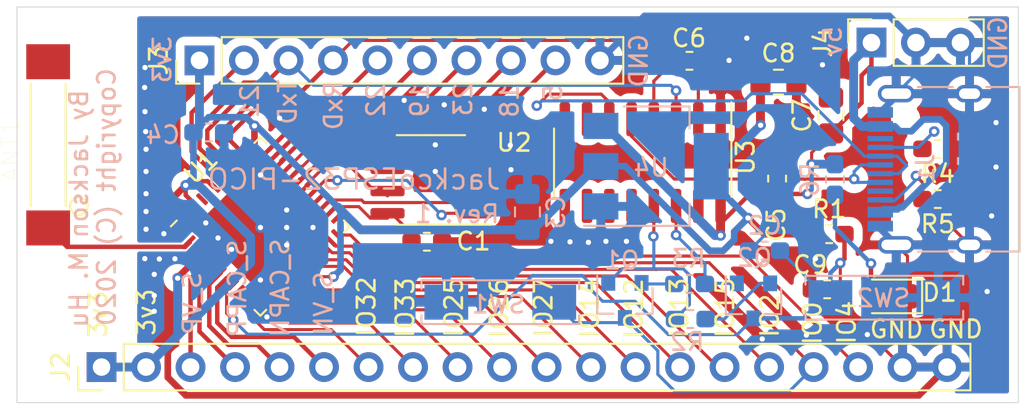
<source format=kicad_pcb>
(kicad_pcb (version 20171130) (host pcbnew 5.1.6-c6e7f7d~87~ubuntu20.04.1)
  (layers (0 F.Cu signal) (31 B.Cu signal) (34 B.Paste user) (35 F.Paste user) (36 B.SilkS user) (37 F.SilkS user) (38 B.Mask user) (39 F.Mask user) (44 Edge.Cuts user))
  (net 0 "")
  (net 1 "Net-(ANT1-PadP$GND)")
  (net 2 "Net-(ANT1-PadP$FEED)")
  (net 3 VDD_SDIO)
  (net 4 GND)
  (net 5 EN)
  (net 6 +3V3)
  (net 7 +5V)
  (net 8 "Net-(C6-Pad1)")
  (net 9 "Net-(D1-Pad2)")
  (net 10 "Net-(J1-PadB8)")
  (net 11 "Net-(J1-PadA5)")
  (net 12 USB_DN)
  (net 13 USB_DP)
  (net 14 "Net-(J1-PadA8)")
  (net 15 "Net-(J1-PadB5)")
  (net 16 IO5)
  (net 17 IO4)
  (net 18 RxD0)
  (net 19 IO2)
  (net 20 TxD0)
  (net 21 IO0)
  (net 22 IO33)
  (net 23 IO32)
  (net 24 IO27)
  (net 25 IO26)
  (net 26 IO25)
  (net 27 SENSE_VP)
  (net 28 SENSE_CAPP)
  (net 29 SENSE_CAPN)
  (net 30 SENSE_VN)
  (net 31 IO15)
  (net 32 IO14)
  (net 33 IO13)
  (net 34 IO12)
  (net 35 IO23)
  (net 36 IO22)
  (net 37 IO21)
  (net 38 IO19)
  (net 39 IO18)
  (net 40 DTR)
  (net 41 "Net-(Q1-Pad2)")
  (net 42 RTS)
  (net 43 "Net-(Q2-Pad2)")
  (net 44 "Net-(U1-Pad48)")
  (net 45 "Net-(U1-Pad47)")
  (net 46 "Net-(U1-Pad45)")
  (net 47 "Net-(U1-Pad44)")
  (net 48 SIO0)
  (net 49 SIO2)
  (net 50 SCLK)
  (net 51 SIO3)
  (net 52 PSRAM_CS)
  (net 53 "Net-(U1-Pad28)")
  (net 54 SIO1)
  (net 55 "Net-(U1-Pad25)")
  (net 56 "Net-(U1-Pad11)")
  (net 57 "Net-(U1-Pad10)")
  (net 58 "Net-(U3-Pad15)")
  (net 59 "Net-(U3-Pad12)")
  (net 60 "Net-(U3-Pad11)")
  (net 61 "Net-(U3-Pad10)")
  (net 62 "Net-(U3-Pad9)")
  (net 63 "Net-(U3-Pad8)")
  (net 64 "Net-(U3-Pad7)")
  (module Connector_PinSocket_2.54mm:PinSocket_1x03_P2.54mm_Vertical (layer F.Cu) (at 134.874 106.934 90)
    (fp_text reference J4 (at 0 -2.77 90) (layer F.SilkS))
    (fp_text value VUSB)
    (pad 3 thru_hole oval (at 0 5.08 90) (size 1.7 1.7) (drill 1) (layers *.Cu *.Mask) (net 4 GND))
    (pad 2 thru_hole oval (at 0 2.54 90) (size 1.7 1.7) (drill 1) (layers *.Cu *.Mask) (net 4 GND))
    (pad 1 thru_hole rect (at 0 0 90) (size 1.7 1.7) (drill 1) (layers *.Cu *.Mask) (net 7 +5V))
  )
  (module Connector_PinHeader_2.54mm:PinHeader_1x20_P2.54mm_Vertical (layer F.Cu) (at 90.932 125.476 90)
    (fp_text reference J2 (at 0 -2.33 90) (layer F.SilkS))
    (fp_text value GPIO)
    (pad 20 thru_hole oval (at 0 48.26 90) (size 1.7 1.7) (drill 1) (layers *.Cu *.Mask) (net 4 GND))
    (pad 19 thru_hole oval (at 0 45.72 90) (size 1.7 1.7) (drill 1) (layers *.Cu *.Mask) (net 4 GND))
    (pad 18 thru_hole oval (at 0 43.18 90) (size 1.7 1.7) (drill 1) (layers *.Cu *.Mask) (net 17 IO4))
    (pad 17 thru_hole oval (at 0 40.64 90) (size 1.7 1.7) (drill 1) (layers *.Cu *.Mask) (net 21 IO0))
    (pad 16 thru_hole oval (at 0 38.1 90) (size 1.7 1.7) (drill 1) (layers *.Cu *.Mask) (net 19 IO2))
    (pad 15 thru_hole oval (at 0 35.56 90) (size 1.7 1.7) (drill 1) (layers *.Cu *.Mask) (net 31 IO15))
    (pad 14 thru_hole oval (at 0 33.02 90) (size 1.7 1.7) (drill 1) (layers *.Cu *.Mask) (net 33 IO13))
    (pad 13 thru_hole oval (at 0 30.48 90) (size 1.7 1.7) (drill 1) (layers *.Cu *.Mask) (net 34 IO12))
    (pad 12 thru_hole oval (at 0 27.94 90) (size 1.7 1.7) (drill 1) (layers *.Cu *.Mask) (net 32 IO14))
    (pad 11 thru_hole oval (at 0 25.4 90) (size 1.7 1.7) (drill 1) (layers *.Cu *.Mask) (net 24 IO27))
    (pad 10 thru_hole oval (at 0 22.86 90) (size 1.7 1.7) (drill 1) (layers *.Cu *.Mask) (net 25 IO26))
    (pad 9 thru_hole oval (at 0 20.32 90) (size 1.7 1.7) (drill 1) (layers *.Cu *.Mask) (net 26 IO25))
    (pad 8 thru_hole oval (at 0 17.78 90) (size 1.7 1.7) (drill 1) (layers *.Cu *.Mask) (net 22 IO33))
    (pad 7 thru_hole oval (at 0 15.24 90) (size 1.7 1.7) (drill 1) (layers *.Cu *.Mask) (net 23 IO32))
    (pad 6 thru_hole oval (at 0 12.7 90) (size 1.7 1.7) (drill 1) (layers *.Cu *.Mask) (net 30 SENSE_VN))
    (pad 5 thru_hole oval (at 0 10.16 90) (size 1.7 1.7) (drill 1) (layers *.Cu *.Mask) (net 29 SENSE_CAPN))
    (pad 4 thru_hole oval (at 0 7.62 90) (size 1.7 1.7) (drill 1) (layers *.Cu *.Mask) (net 28 SENSE_CAPP))
    (pad 3 thru_hole oval (at 0 5.08 90) (size 1.7 1.7) (drill 1) (layers *.Cu *.Mask) (net 27 SENSE_VP))
    (pad 2 thru_hole oval (at 0 2.54 90) (size 1.7 1.7) (drill 1) (layers *.Cu *.Mask) (net 6 +3V3))
    (pad 1 thru_hole rect (at 0 0 90) (size 1.7 1.7) (drill 1) (layers *.Cu *.Mask) (net 6 +3V3))
  )
  (module Package_TO_SOT_SMD:SOT-223-3_TabPin2 (layer B.Cu) (at 122.5804 113.9952)
    (fp_text reference U4 (at -0.2804 0.0848) (layer B.SilkS) (effects (justify mirror)))
    (fp_text value AMS1117)
    (pad 1 smd rect (at -3.15 2.3) (size 2 1.5) (layers B.Cu B.Paste B.Mask) (net 4 GND))
    (pad 3 smd rect (at -3.15 -2.3) (size 2 1.5) (layers B.Cu B.Paste B.Mask) (net 7 +5V))
    (pad 2 smd rect (at -3.15 0) (size 2 1.5) (layers B.Cu B.Paste B.Mask) (net 6 +3V3))
    (pad 2 smd rect (at 3.15 0) (size 2 3.8) (layers B.Cu B.Paste B.Mask) (net 6 +3V3))
  )
  (module Package_SO:SOIC-16_3.9x9.9mm_P1.27mm (layer F.Cu) (at 121.8184 113.792 270)
    (fp_text reference U3 (at -0.3048 -5.8674 90) (layer F.SilkS))
    (fp_text value CH340C)
    (pad 16 smd roundrect (at 2.475 -4.445 270) (size 1.95 0.6) (layers F.Cu F.Paste F.Mask) (net 7 +5V))
    (pad 15 smd roundrect (at 2.475 -3.175 270) (size 1.95 0.6) (layers F.Cu F.Paste F.Mask) (net 58 "Net-(U3-Pad15)"))
    (pad 14 smd roundrect (at 2.475 -1.905 270) (size 1.95 0.6) (layers F.Cu F.Paste F.Mask) (net 42 RTS))
    (pad 13 smd roundrect (at 2.475 -0.635 270) (size 1.95 0.6) (layers F.Cu F.Paste F.Mask) (net 40 DTR))
    (pad 12 smd roundrect (at 2.475 0.635 270) (size 1.95 0.6) (layers F.Cu F.Paste F.Mask) (net 59 "Net-(U3-Pad12)"))
    (pad 11 smd roundrect (at 2.475 1.905 270) (size 1.95 0.6) (layers F.Cu F.Paste F.Mask) (net 60 "Net-(U3-Pad11)"))
    (pad 10 smd roundrect (at 2.475 3.175 270) (size 1.95 0.6) (layers F.Cu F.Paste F.Mask) (net 61 "Net-(U3-Pad10)"))
    (pad 9 smd roundrect (at 2.475 4.445 270) (size 1.95 0.6) (layers F.Cu F.Paste F.Mask) (net 62 "Net-(U3-Pad9)"))
    (pad 8 smd roundrect (at -2.475 4.445 270) (size 1.95 0.6) (layers F.Cu F.Paste F.Mask) (net 63 "Net-(U3-Pad8)"))
    (pad 7 smd roundrect (at -2.475 3.175 270) (size 1.95 0.6) (layers F.Cu F.Paste F.Mask) (net 64 "Net-(U3-Pad7)"))
    (pad 6 smd roundrect (at -2.475 1.905 270) (size 1.95 0.6) (layers F.Cu F.Paste F.Mask) (net 12 USB_DN))
    (pad 5 smd roundrect (at -2.475 0.635 270) (size 1.95 0.6) (layers F.Cu F.Paste F.Mask) (net 13 USB_DP))
    (pad 4 smd roundrect (at -2.475 -0.635 270) (size 1.95 0.6) (layers F.Cu F.Paste F.Mask) (net 8 "Net-(C6-Pad1)"))
    (pad 3 smd roundrect (at -2.475 -1.905 270) (size 1.95 0.6) (layers F.Cu F.Paste F.Mask) (net 20 TxD0))
    (pad 2 smd roundrect (at -2.475 -3.175 270) (size 1.95 0.6) (layers F.Cu F.Paste F.Mask) (net 18 RxD0))
    (pad 1 smd roundrect (at -2.475 -4.445 270) (size 1.95 0.6) (layers F.Cu F.Paste F.Mask) (net 4 GND))
  )
  (module Package_SO:SOIC-8_3.9x4.9mm_P1.27mm (layer F.Cu) (at 109.728 114.7826 180)
    (fp_text reference U2 (at -4.7498 2.1336) (layer F.SilkS))
    (fp_text value ESP-PSRAM32)
    (pad 8 smd roundrect (at 2.475 -1.905 180) (size 1.95 0.6) (layers F.Cu F.Paste F.Mask) (net 3 VDD_SDIO))
    (pad 7 smd roundrect (at 2.475 -0.635 180) (size 1.95 0.6) (layers F.Cu F.Paste F.Mask) (net 51 SIO3))
    (pad 6 smd roundrect (at 2.475 0.635 180) (size 1.95 0.6) (layers F.Cu F.Paste F.Mask) (net 50 SCLK))
    (pad 5 smd roundrect (at 2.475 1.905 180) (size 1.95 0.6) (layers F.Cu F.Paste F.Mask) (net 48 SIO0))
    (pad 4 smd roundrect (at -2.475 1.905 180) (size 1.95 0.6) (layers F.Cu F.Paste F.Mask) (net 4 GND))
    (pad 3 smd roundrect (at -2.475 0.635 180) (size 1.95 0.6) (layers F.Cu F.Paste F.Mask) (net 49 SIO2))
    (pad 2 smd roundrect (at -2.475 -0.635 180) (size 1.95 0.6) (layers F.Cu F.Paste F.Mask) (net 54 SIO1))
    (pad 1 smd roundrect (at -2.475 -1.905 180) (size 1.95 0.6) (layers F.Cu F.Paste F.Mask) (net 52 PSRAM_CS))
  )
  (module Package_DFN_QFN:QFN-48-1EP_7x7mm_P0.5mm_EP5.3x5.3mm (layer F.Cu) (at 99.993381 117.436762 45)
    (fp_text reference U1 (at 0 -4.8 45) (layer F.SilkS))
    (fp_text value ESP32-PICO-D4)
    (pad 49 smd rect (at 0 0 45) (size 5.3 5.3) (layers F.Cu F.Mask) (net 4 GND))
    (pad 48 smd roundrect (at -2.75 -3.45 45) (size 0.25 0.8) (layers F.Cu F.Paste F.Mask) (net 44 "Net-(U1-Pad48)"))
    (pad 47 smd roundrect (at -2.25 -3.45 45) (size 0.25 0.8) (layers F.Cu F.Paste F.Mask) (net 45 "Net-(U1-Pad47)"))
    (pad 46 smd roundrect (at -1.75 -3.45 45) (size 0.25 0.8) (layers F.Cu F.Paste F.Mask) (net 6 +3V3))
    (pad 45 smd roundrect (at -1.25 -3.45 45) (size 0.25 0.8) (layers F.Cu F.Paste F.Mask) (net 46 "Net-(U1-Pad45)"))
    (pad 44 smd roundrect (at -0.75 -3.45 45) (size 0.25 0.8) (layers F.Cu F.Paste F.Mask) (net 47 "Net-(U1-Pad44)"))
    (pad 43 smd roundrect (at -0.25 -3.45 45) (size 0.25 0.8) (layers F.Cu F.Paste F.Mask) (net 6 +3V3))
    (pad 42 smd roundrect (at 0.25 -3.45 45) (size 0.25 0.8) (layers F.Cu F.Paste F.Mask) (net 37 IO21))
    (pad 41 smd roundrect (at 0.75 -3.45 45) (size 0.25 0.8) (layers F.Cu F.Paste F.Mask) (net 20 TxD0))
    (pad 40 smd roundrect (at 1.25 -3.45 45) (size 0.25 0.8) (layers F.Cu F.Paste F.Mask) (net 18 RxD0))
    (pad 39 smd roundrect (at 1.75 -3.45 45) (size 0.25 0.8) (layers F.Cu F.Paste F.Mask) (net 36 IO22))
    (pad 38 smd roundrect (at 2.25 -3.45 45) (size 0.25 0.8) (layers F.Cu F.Paste F.Mask) (net 38 IO19))
    (pad 37 smd roundrect (at 2.75 -3.45 45) (size 0.25 0.8) (layers F.Cu F.Paste F.Mask) (net 6 +3V3))
    (pad 36 smd roundrect (at 3.45 -2.75 45) (size 0.8 0.25) (layers F.Cu F.Paste F.Mask) (net 35 IO23))
    (pad 35 smd roundrect (at 3.45 -2.25 45) (size 0.8 0.25) (layers F.Cu F.Paste F.Mask) (net 39 IO18))
    (pad 34 smd roundrect (at 3.45 -1.75 45) (size 0.8 0.25) (layers F.Cu F.Paste F.Mask) (net 16 IO5))
    (pad 33 smd roundrect (at 3.45 -1.25 45) (size 0.8 0.25) (layers F.Cu F.Paste F.Mask) (net 48 SIO0))
    (pad 32 smd roundrect (at 3.45 -0.75 45) (size 0.8 0.25) (layers F.Cu F.Paste F.Mask) (net 49 SIO2))
    (pad 31 smd roundrect (at 3.45 -0.25 45) (size 0.8 0.25) (layers F.Cu F.Paste F.Mask) (net 50 SCLK))
    (pad 30 smd roundrect (at 3.45 0.25 45) (size 0.8 0.25) (layers F.Cu F.Paste F.Mask) (net 51 SIO3))
    (pad 29 smd roundrect (at 3.45 0.75 45) (size 0.8 0.25) (layers F.Cu F.Paste F.Mask) (net 52 PSRAM_CS))
    (pad 28 smd roundrect (at 3.45 1.25 45) (size 0.8 0.25) (layers F.Cu F.Paste F.Mask) (net 53 "Net-(U1-Pad28)"))
    (pad 27 smd roundrect (at 3.45 1.75 45) (size 0.8 0.25) (layers F.Cu F.Paste F.Mask) (net 54 SIO1))
    (pad 26 smd roundrect (at 3.45 2.25 45) (size 0.8 0.25) (layers F.Cu F.Paste F.Mask) (net 3 VDD_SDIO))
    (pad 25 smd roundrect (at 3.45 2.75 45) (size 0.8 0.25) (layers F.Cu F.Paste F.Mask) (net 55 "Net-(U1-Pad25)"))
    (pad 24 smd roundrect (at 2.75 3.45 45) (size 0.25 0.8) (layers F.Cu F.Paste F.Mask) (net 17 IO4))
    (pad 23 smd roundrect (at 2.25 3.45 45) (size 0.25 0.8) (layers F.Cu F.Paste F.Mask) (net 21 IO0))
    (pad 22 smd roundrect (at 1.75 3.45 45) (size 0.25 0.8) (layers F.Cu F.Paste F.Mask) (net 19 IO2))
    (pad 21 smd roundrect (at 1.25 3.45 45) (size 0.25 0.8) (layers F.Cu F.Paste F.Mask) (net 31 IO15))
    (pad 20 smd roundrect (at 0.75 3.45 45) (size 0.25 0.8) (layers F.Cu F.Paste F.Mask) (net 33 IO13))
    (pad 19 smd roundrect (at 0.25 3.45 45) (size 0.25 0.8) (layers F.Cu F.Paste F.Mask) (net 6 +3V3))
    (pad 18 smd roundrect (at -0.25 3.45 45) (size 0.25 0.8) (layers F.Cu F.Paste F.Mask) (net 34 IO12))
    (pad 17 smd roundrect (at -0.75 3.45 45) (size 0.25 0.8) (layers F.Cu F.Paste F.Mask) (net 32 IO14))
    (pad 16 smd roundrect (at -1.25 3.45 45) (size 0.25 0.8) (layers F.Cu F.Paste F.Mask) (net 24 IO27))
    (pad 15 smd roundrect (at -1.75 3.45 45) (size 0.25 0.8) (layers F.Cu F.Paste F.Mask) (net 25 IO26))
    (pad 14 smd roundrect (at -2.25 3.45 45) (size 0.25 0.8) (layers F.Cu F.Paste F.Mask) (net 26 IO25))
    (pad 13 smd roundrect (at -2.75 3.45 45) (size 0.25 0.8) (layers F.Cu F.Paste F.Mask) (net 22 IO33))
    (pad 12 smd roundrect (at -3.45 2.75 45) (size 0.8 0.25) (layers F.Cu F.Paste F.Mask) (net 23 IO32))
    (pad 11 smd roundrect (at -3.45 2.25 45) (size 0.8 0.25) (layers F.Cu F.Paste F.Mask) (net 56 "Net-(U1-Pad11)"))
    (pad 10 smd roundrect (at -3.45 1.75 45) (size 0.8 0.25) (layers F.Cu F.Paste F.Mask) (net 57 "Net-(U1-Pad10)"))
    (pad 9 smd roundrect (at -3.45 1.25 45) (size 0.8 0.25) (layers F.Cu F.Paste F.Mask) (net 5 EN))
    (pad 8 smd roundrect (at -3.45 0.75 45) (size 0.8 0.25) (layers F.Cu F.Paste F.Mask) (net 30 SENSE_VN))
    (pad 7 smd roundrect (at -3.45 0.25 45) (size 0.8 0.25) (layers F.Cu F.Paste F.Mask) (net 29 SENSE_CAPN))
    (pad 6 smd roundrect (at -3.45 -0.25 45) (size 0.8 0.25) (layers F.Cu F.Paste F.Mask) (net 28 SENSE_CAPP))
    (pad 5 smd roundrect (at -3.45 -0.75 45) (size 0.8 0.25) (layers F.Cu F.Paste F.Mask) (net 27 SENSE_VP))
    (pad 4 smd roundrect (at -3.45 -1.25 45) (size 0.8 0.25) (layers F.Cu F.Paste F.Mask) (net 6 +3V3))
    (pad 3 smd roundrect (at -3.45 -1.75 45) (size 0.8 0.25) (layers F.Cu F.Paste F.Mask) (net 6 +3V3))
    (pad 2 smd roundrect (at -3.45 -2.25 45) (size 0.8 0.25) (layers F.Cu F.Paste F.Mask) (net 2 "Net-(ANT1-PadP$FEED)"))
    (pad 1 smd roundrect (at -3.45 -2.75 45) (size 0.8 0.25) (layers F.Cu F.Paste F.Mask) (net 6 +3V3))
  )
  (module Button_Switch_SMD:SW_SPST_REED_CT05-XXXX-J1 (layer B.Cu) (at 135.6106 121.5136)
    (fp_text reference SW2 (at -0.0508 0.0254) (layer B.SilkS) (effects (justify mirror)))
    (fp_text value RESET)
    (pad 1 smd rect (at -3.08 0) (size 2.5 2) (layers B.Cu B.Paste B.Mask) (net 5 EN))
    (pad 2 smd rect (at 3.08 0) (size 2.5 2) (layers B.Cu B.Paste B.Mask) (net 4 GND))
  )
  (module Button_Switch_SMD:SW_SPST_REED_CT05-XXXX-J1 (layer B.Cu) (at 113.6904 121.7676 180)
    (fp_text reference SW1 (at 0.1016 -0.127) (layer B.SilkS) (effects (justify mirror)))
    (fp_text value BOOT)
    (pad 1 smd rect (at -3.08 0 180) (size 2.5 2) (layers B.Cu B.Paste B.Mask) (net 21 IO0))
    (pad 2 smd rect (at 3.08 0 180) (size 2.5 2) (layers B.Cu B.Paste B.Mask) (net 4 GND))
  )
  (module Resistor_SMD:R_0603_1608Metric_Pad1.05x0.95mm_HandSolder (layer B.Cu) (at 132.7912 114.7572 270)
    (fp_text reference R6 (at 0 1.43 90) (layer B.SilkS) (effects (justify mirror)))
    (fp_text value 330)
    (pad 2 smd roundrect (at 0.875 0 270) (size 1.05 0.95) (layers B.Cu B.Paste B.Mask) (net 9 "Net-(D1-Pad2)"))
    (pad 1 smd roundrect (at -0.875 0 270) (size 1.05 0.95) (layers B.Cu B.Paste B.Mask) (net 7 +5V))
  )
  (module Resistor_SMD:R_0603_1608Metric_Pad1.05x0.95mm_HandSolder (layer F.Cu) (at 138.6586 115.8748 180)
    (fp_text reference R5 (at 0 -1.43) (layer F.SilkS))
    (fp_text value 5.11K)
    (pad 2 smd roundrect (at 0.875 0 180) (size 1.05 0.95) (layers F.Cu F.Paste F.Mask) (net 15 "Net-(J1-PadB5)"))
    (pad 1 smd roundrect (at -0.875 0 180) (size 1.05 0.95) (layers F.Cu F.Paste F.Mask) (net 4 GND))
  )
  (module Resistor_SMD:R_0603_1608Metric_Pad1.05x0.95mm_HandSolder (layer F.Cu) (at 138.6586 113.0046 180)
    (fp_text reference R4 (at 0 -1.43) (layer F.SilkS))
    (fp_text value 5.11K)
    (pad 2 smd roundrect (at 0.875 0 180) (size 1.05 0.95) (layers F.Cu F.Paste F.Mask) (net 11 "Net-(J1-PadA5)"))
    (pad 1 smd roundrect (at -0.875 0 180) (size 1.05 0.95) (layers F.Cu F.Paste F.Mask) (net 4 GND))
  )
  (module Resistor_SMD:R_0603_1608Metric_Pad1.05x0.95mm_HandSolder (layer B.Cu) (at 124.5362 122.7328 180)
    (fp_text reference R3 (at 0.1016 3.4544) (layer B.SilkS) (effects (justify mirror)))
    (fp_text value 10K hide)
    (pad 2 smd roundrect (at 0.875 0 180) (size 1.05 0.95) (layers B.Cu B.Paste B.Mask) (net 40 DTR))
    (pad 1 smd roundrect (at -0.875 0 180) (size 1.05 0.95) (layers B.Cu B.Paste B.Mask) (net 43 "Net-(Q2-Pad2)"))
  )
  (module Resistor_SMD:R_0603_1608Metric_Pad1.05x0.95mm_HandSolder (layer B.Cu) (at 124.4968 120.7262)
    (fp_text reference R2 (at -0.1384 3.302) (layer B.SilkS) (effects (justify mirror)))
    (fp_text value 10K hide)
    (pad 2 smd roundrect (at 0.875 0) (size 1.05 0.95) (layers B.Cu B.Paste B.Mask) (net 42 RTS))
    (pad 1 smd roundrect (at -0.875 0) (size 1.05 0.95) (layers B.Cu B.Paste B.Mask) (net 41 "Net-(Q1-Pad2)"))
  )
  (module Resistor_SMD:R_0603_1608Metric_Pad1.05x0.95mm_HandSolder (layer F.Cu) (at 132.461 117.8814)
    (fp_text reference R1 (at 0 -1.43) (layer F.SilkS))
    (fp_text value 10K)
    (pad 2 smd roundrect (at 0.875 0) (size 1.05 0.95) (layers F.Cu F.Paste F.Mask) (net 5 EN))
    (pad 1 smd roundrect (at -0.875 0) (size 1.05 0.95) (layers F.Cu F.Paste F.Mask) (net 6 +3V3))
  )
  (module Package_TO_SOT_SMD:SOT-23 (layer B.Cu) (at 128.143 121.6914 270)
    (fp_text reference Q2 (at -2.4638 -0.0508 180) (layer B.SilkS) (effects (justify mirror)))
    (fp_text value S8050)
    (pad 3 smd rect (at 1 0 270) (size 0.9 0.8) (layers B.Cu B.Paste B.Mask) (net 5 EN))
    (pad 2 smd rect (at -1 -0.95 270) (size 0.9 0.8) (layers B.Cu B.Paste B.Mask) (net 43 "Net-(Q2-Pad2)"))
    (pad 1 smd rect (at -1 0.95 270) (size 0.9 0.8) (layers B.Cu B.Paste B.Mask) (net 42 RTS))
  )
  (module Package_TO_SOT_SMD:SOT-23 (layer B.Cu) (at 120.8024 121.666 270)
    (fp_text reference Q1 (at -2.286 0.1778 180) (layer B.SilkS) (effects (justify mirror)))
    (fp_text value S8050)
    (pad 3 smd rect (at 1 0 270) (size 0.9 0.8) (layers B.Cu B.Paste B.Mask) (net 21 IO0))
    (pad 2 smd rect (at -1 -0.95 270) (size 0.9 0.8) (layers B.Cu B.Paste B.Mask) (net 41 "Net-(Q1-Pad2)"))
    (pad 1 smd rect (at -1 0.95 270) (size 0.9 0.8) (layers B.Cu B.Paste B.Mask) (net 40 DTR))
  )
  (module Connector_PinHeader_2.54mm:PinHeader_1x10_P2.54mm_Vertical (layer F.Cu) (at 96.52 107.95 90)
    (fp_text reference J3 (at 0 -2.33 90) (layer F.SilkS))
    (fp_text value GPIO)
    (pad 10 thru_hole oval (at 0 22.86 90) (size 1.7 1.7) (drill 1) (layers *.Cu *.Mask) (net 4 GND))
    (pad 9 thru_hole oval (at 0 20.32 90) (size 1.7 1.7) (drill 1) (layers *.Cu *.Mask) (net 16 IO5))
    (pad 8 thru_hole oval (at 0 17.78 90) (size 1.7 1.7) (drill 1) (layers *.Cu *.Mask) (net 39 IO18))
    (pad 7 thru_hole oval (at 0 15.24 90) (size 1.7 1.7) (drill 1) (layers *.Cu *.Mask) (net 35 IO23))
    (pad 6 thru_hole oval (at 0 12.7 90) (size 1.7 1.7) (drill 1) (layers *.Cu *.Mask) (net 38 IO19))
    (pad 5 thru_hole oval (at 0 10.16 90) (size 1.7 1.7) (drill 1) (layers *.Cu *.Mask) (net 36 IO22))
    (pad 4 thru_hole oval (at 0 7.62 90) (size 1.7 1.7) (drill 1) (layers *.Cu *.Mask) (net 18 RxD0))
    (pad 3 thru_hole oval (at 0 5.08 90) (size 1.7 1.7) (drill 1) (layers *.Cu *.Mask) (net 20 TxD0))
    (pad 2 thru_hole oval (at 0 2.54 90) (size 1.7 1.7) (drill 1) (layers *.Cu *.Mask) (net 37 IO21))
    (pad 1 thru_hole rect (at 0 0 90) (size 1.7 1.7) (drill 1) (layers *.Cu *.Mask) (net 6 +3V3))
  )
  (module Connector_USB:USB_C_Receptacle_HRO_TYPE-C-31-M-12 (layer B.Cu) (at 139.4206 114.173 270)
    (fp_text reference J1 (at -0.0508 1.4732 270) (layer B.SilkS) (effects (justify mirror)))
    (fp_text value USB)
    (pad B1 smd rect (at 3.25 4.045 270) (size 0.6 1.45) (layers B.Cu B.Paste B.Mask) (net 4 GND))
    (pad A9 smd rect (at 2.45 4.045 270) (size 0.6 1.45) (layers B.Cu B.Paste B.Mask) (net 7 +5V))
    (pad B9 smd rect (at -2.45 4.045 270) (size 0.6 1.45) (layers B.Cu B.Paste B.Mask) (net 7 +5V))
    (pad B12 smd rect (at -3.25 4.045 270) (size 0.6 1.45) (layers B.Cu B.Paste B.Mask) (net 4 GND))
    (pad A1 smd rect (at -3.25 4.045 270) (size 0.6 1.45) (layers B.Cu B.Paste B.Mask) (net 4 GND))
    (pad A4 smd rect (at -2.45 4.045 270) (size 0.6 1.45) (layers B.Cu B.Paste B.Mask) (net 7 +5V))
    (pad B4 smd rect (at 2.45 4.045 270) (size 0.6 1.45) (layers B.Cu B.Paste B.Mask) (net 7 +5V))
    (pad A12 smd rect (at 3.25 4.045 270) (size 0.6 1.45) (layers B.Cu B.Paste B.Mask) (net 4 GND))
    (pad B8 smd rect (at -1.75 4.045 270) (size 0.3 1.45) (layers B.Cu B.Paste B.Mask) (net 10 "Net-(J1-PadB8)"))
    (pad A5 smd rect (at -1.25 4.045 270) (size 0.3 1.45) (layers B.Cu B.Paste B.Mask) (net 11 "Net-(J1-PadA5)"))
    (pad B7 smd rect (at -0.75 4.045 270) (size 0.3 1.45) (layers B.Cu B.Paste B.Mask) (net 12 USB_DN))
    (pad A7 smd rect (at 0.25 4.045 270) (size 0.3 1.45) (layers B.Cu B.Paste B.Mask) (net 12 USB_DN))
    (pad B6 smd rect (at 0.75 4.045 270) (size 0.3 1.45) (layers B.Cu B.Paste B.Mask) (net 13 USB_DP))
    (pad A8 smd rect (at 1.25 4.045 270) (size 0.3 1.45) (layers B.Cu B.Paste B.Mask) (net 14 "Net-(J1-PadA8)"))
    (pad B5 smd rect (at 1.75 4.045 270) (size 0.3 1.45) (layers B.Cu B.Paste B.Mask) (net 15 "Net-(J1-PadB5)"))
    (pad A6 smd rect (at -0.25 4.045 270) (size 0.3 1.45) (layers B.Cu B.Paste B.Mask) (net 13 USB_DP))
    (pad S1 thru_hole oval (at 4.32 3.13 270) (size 1 2.1) (drill oval 0.6 1.7) (layers *.Cu *.Mask) (net 4 GND))
    (pad S1 thru_hole oval (at -4.32 3.13 270) (size 1 2.1) (drill oval 0.6 1.7) (layers *.Cu *.Mask) (net 4 GND))
    (pad "" np_thru_hole circle (at -2.89 2.6 270) (size 0.65 0.65) (drill 0.65) (layers *.Cu *.Mask))
    (pad S1 thru_hole oval (at -4.32 -1.05 270) (size 1 1.6) (drill oval 0.6 1.2) (layers *.Cu *.Mask) (net 4 GND))
    (pad "" np_thru_hole circle (at 2.89 2.6 270) (size 0.65 0.65) (drill 0.65) (layers *.Cu *.Mask))
    (pad S1 thru_hole oval (at 4.32 -1.05 270) (size 1 1.6) (drill oval 0.6 1.2) (layers *.Cu *.Mask) (net 4 GND))
  )
  (module LED_SMD:LED_0805_2012Metric_Pad1.15x1.40mm_HandSolder (layer F.Cu) (at 135.9064 121.4374 180)
    (fp_text reference D1 (at -2.8536 0.2174) (layer F.SilkS))
    (fp_text value LED)
    (pad 2 smd roundrect (at 1.025 0 180) (size 1.15 1.4) (layers F.Cu F.Paste F.Mask) (roundrect_rratio 0.217391) (net 9 "Net-(D1-Pad2)"))
    (pad 1 smd roundrect (at -1.025 0 180) (size 1.15 1.4) (layers F.Cu F.Paste F.Mask) (roundrect_rratio 0.217391) (net 4 GND))
  )
  (module Capacitor_SMD:C_0603_1608Metric_Pad1.05x0.95mm_HandSolder (layer F.Cu) (at 132.348 121.031)
    (fp_text reference C9 (at -0.9652 -1.397) (layer F.SilkS))
    (fp_text value 0.1uF)
    (pad 2 smd roundrect (at 0.875 0) (size 1.05 0.95) (layers F.Cu F.Paste F.Mask) (net 5 EN))
    (pad 1 smd roundrect (at -0.875 0) (size 1.05 0.95) (layers F.Cu F.Paste F.Mask) (net 4 GND))
  )
  (module Capacitor_SMD:C_0805_2012Metric_Pad1.15x1.40mm_HandSolder (layer F.Cu) (at 129.5654 109.1946)
    (fp_text reference C8 (at 0 -1.65) (layer F.SilkS))
    (fp_text value 10uF)
    (pad 2 smd roundrect (at 1.025 0) (size 1.15 1.4) (layers F.Cu F.Paste F.Mask) (roundrect_rratio 0.217391) (net 4 GND))
    (pad 1 smd roundrect (at -1.025 0) (size 1.15 1.4) (layers F.Cu F.Paste F.Mask) (roundrect_rratio 0.217391) (net 6 +3V3))
  )
  (module Capacitor_SMD:C_0805_2012Metric_Pad1.15x1.40mm_HandSolder (layer F.Cu) (at 132.5626 111.0996 90)
    (fp_text reference C7 (at 0 -1.65 90) (layer F.SilkS))
    (fp_text value 10uF)
    (pad 2 smd roundrect (at 1.025 0 90) (size 1.15 1.4) (layers F.Cu F.Paste F.Mask) (roundrect_rratio 0.217391) (net 4 GND))
    (pad 1 smd roundrect (at -1.025 0 90) (size 1.15 1.4) (layers F.Cu F.Paste F.Mask) (roundrect_rratio 0.217391) (net 7 +5V))
  )
  (module Capacitor_SMD:C_0603_1608Metric_Pad1.05x0.95mm_HandSolder (layer F.Cu) (at 124.4854 107.9754)
    (fp_text reference C6 (at -0.0254 -1.2954) (layer F.SilkS))
    (fp_text value 0.1uF)
    (pad 2 smd roundrect (at 0.875 0) (size 1.05 0.95) (layers F.Cu F.Paste F.Mask) (net 4 GND))
    (pad 1 smd roundrect (at -0.875 0) (size 1.05 0.95) (layers F.Cu F.Paste F.Mask) (net 8 "Net-(C6-Pad1)"))
  )
  (module Capacitor_SMD:C_0603_1608Metric_Pad1.05x0.95mm_HandSolder (layer F.Cu) (at 129.4892 114.7064 90)
    (fp_text reference C5 (at -2.6416 -0.0508 90) (layer F.SilkS))
    (fp_text value 0.1uF)
    (pad 2 smd roundrect (at 0.875 0 90) (size 1.05 0.95) (layers F.Cu F.Paste F.Mask) (net 4 GND))
    (pad 1 smd roundrect (at -0.875 0 90) (size 1.05 0.95) (layers F.Cu F.Paste F.Mask) (net 7 +5V))
  )
  (module Capacitor_SMD:C_0603_1608Metric_Pad1.05x0.95mm_HandSolder (layer B.Cu) (at 97.0534 112.0648 180)
    (fp_text reference C4 (at 2.6234 -0.1452 180) (layer B.SilkS) (effects (justify mirror)))
    (fp_text value 0.1uF)
    (pad 2 smd roundrect (at 0.875 0 180) (size 1.05 0.95) (layers B.Cu B.Paste B.Mask) (net 6 +3V3))
    (pad 1 smd roundrect (at -0.875 0 180) (size 1.05 0.95) (layers B.Cu B.Paste B.Mask) (net 4 GND))
  )
  (module Capacitor_SMD:C_0805_2012Metric_Pad1.15x1.40mm_HandSolder (layer B.Cu) (at 115.2398 116.6114 90)
    (fp_text reference C3 (at -0.0086 1.6302 270) (layer B.SilkS) (effects (justify mirror)))
    (fp_text value 10uF)
    (pad 2 smd roundrect (at 1.025 0 90) (size 1.15 1.4) (layers B.Cu B.Paste B.Mask) (roundrect_rratio 0.217391) (net 4 GND))
    (pad 1 smd roundrect (at -1.025 0 90) (size 1.15 1.4) (layers B.Cu B.Paste B.Mask) (roundrect_rratio 0.217391) (net 6 +3V3))
  )
  (module Capacitor_SMD:C_0603_1608Metric_Pad1.05x0.95mm_HandSolder (layer B.Cu) (at 128.778 118.8212 180)
    (fp_text reference C2 (at 0 1.43) (layer B.SilkS) (effects (justify mirror)))
    (fp_text value 0.1uF)
    (pad 2 smd roundrect (at 0.875 0 180) (size 1.05 0.95) (layers B.Cu B.Paste B.Mask) (net 4 GND))
    (pad 1 smd roundrect (at -0.875 0 180) (size 1.05 0.95) (layers B.Cu B.Paste B.Mask) (net 5 EN))
  )
  (module Capacitor_SMD:C_0603_1608Metric_Pad1.05x0.95mm_HandSolder (layer F.Cu) (at 109.4994 118.3132 180)
    (fp_text reference C1 (at -2.6606 0.0232) (layer F.SilkS))
    (fp_text value 0.1uF)
    (pad 1 smd roundrect (at -0.875 0 180) (size 1.05 0.95) (layers F.Cu F.Paste F.Mask) (net 4 GND))
    (pad 2 smd roundrect (at 0.875 0 180) (size 1.05 0.95) (layers F.Cu F.Paste F.Mask) (net 3 VDD_SDIO))
  )
  (module AN9520:SMD_ANT9520 (layer F.Cu) (at 87.884 112.776 90)
    (fp_text reference ANT1 (at -0.325225 -2.136465 90) (layer F.SilkS) (effects (font (size 1.000685 1.000685) (thickness 0.015))))
    (fp_text value AN9520)
    (pad P$GND smd rect (at 4.75 0 90) (size 2 2.5) (layers F.Cu F.Paste F.Mask) (net 1 "Net-(ANT1-PadP$GND)"))
    (pad P$FEED smd rect (at -4.75 0 90) (size 2 2.5) (layers F.Cu F.Paste F.Mask) (net 2 "Net-(ANT1-PadP$FEED)"))
  )
  (gr_text "Copyright (C) 2020" (at 91.22 115.76 90) (layer B.SilkS) (effects (font (size 1 1)) (justify mirror)))
  (gr_text "Rev. 1" (at 111.22 116.73) (layer B.SilkS) (effects (font (size 1 1)) (justify mirror)))
  (gr_text "By Jackson M. Hu" (at 89.64 116.42 90) (layer B.SilkS) (effects (font (size 1 1)) (justify mirror)))
  (gr_text JackcoESP32-PICO (at 105.34 114.75) (layer B.SilkS) (effects (font (size 1.143 1.143)) (justify mirror)))
  (gr_text GND (at 142.1 106.96 90) (layer B.SilkS) (effects (font (size 1 1)) (justify mirror)))
  (gr_text 5v (at 132.66 106.86 90) (layer B.SilkS) (effects (font (size 1 1)) (justify mirror)))
  (gr_text 3v3 (at 94.4 107.91 90) (layer B.SilkS) (effects (font (size 1 1)) (justify mirror)))
  (gr_text GND (at 121.59 107.97 90) (layer B.SilkS) (effects (font (size 1 1)) (justify mirror)))
  (gr_text 5 (at 116.7 109.81 90) (layer B.SilkS) (effects (font (size 1 1)) (justify mirror)))
  (gr_text 18 (at 114.22 110.27 90) (layer B.SilkS) (effects (font (size 1 1)) (justify mirror)))
  (gr_text 23 (at 111.57 110.18 90) (layer B.SilkS) (effects (font (size 1 1)) (justify mirror)))
  (gr_text "19\n" (at 109.09 110.24 90) (layer B.SilkS) (effects (font (size 1 1)) (justify mirror)))
  (gr_text 22 (at 106.59 110.24 90) (layer B.SilkS) (effects (font (size 1 1)) (justify mirror)))
  (gr_text RxD (at 104.17 110.53 90) (layer B.SilkS) (effects (font (size 1 1)) (justify mirror)))
  (gr_text TxD (at 101.55 110.33 90) (layer B.SilkS) (effects (font (size 1 1)) (justify mirror)))
  (gr_text 21 (at 99.39 110.3 90) (layer B.SilkS) (effects (font (size 1 1)) (justify mirror)))
  (gr_text GND (at 139.7 123.31) (layer F.SilkS) (effects (font (size 1 1))))
  (gr_text GND (at 136.31 123.31) (layer F.SilkS) (effects (font (size 1 1))))
  (gr_text IO4 (at 133.46 122.93 90) (layer F.SilkS) (effects (font (size 1 1))))
  (gr_text "IO0\n" (at 131.51 122.97 90) (layer F.SilkS) (effects (font (size 1 1))))
  (gr_text "IO2\n" (at 129.07 122.54 90) (layer F.SilkS) (effects (font (size 1 1))))
  (gr_text "IO15\n" (at 126.52 122.09 90) (layer F.SilkS) (effects (font (size 1 1))))
  (gr_text "IO13\n" (at 123.9 122.09 90) (layer F.SilkS) (effects (font (size 1 1))))
  (gr_text IO12 (at 121.31 122.13 90) (layer F.SilkS) (effects (font (size 1 1))))
  (gr_text IO14 (at 118.79 122.1 90) (layer F.SilkS) (effects (font (size 1 1))))
  (gr_text IO27 (at 116.15 122.06 90) (layer F.SilkS) (effects (font (size 1 1))))
  (gr_text IO26 (at 113.63 122.1 90) (layer F.SilkS) (effects (font (size 1 1))))
  (gr_text IO25 (at 111.04 122.06 90) (layer F.SilkS) (effects (font (size 1 1))))
  (gr_text IO33 (at 108.26 122.08 90) (layer F.SilkS) (effects (font (size 1 1))))
  (gr_text IO32 (at 106.05 122.03 90) (layer F.SilkS) (effects (font (size 1 1))))
  (gr_text S_VN (at 103.6 121.84 90) (layer B.SilkS) (effects (font (size 1 1)) (justify mirror)))
  (gr_text S_CAPN (at 101.13 120.95 90) (layer B.SilkS) (effects (font (size 1 1)) (justify mirror)))
  (gr_text S_CAPP (at 98.68 120.98 90) (layer B.SilkS) (effects (font (size 1 1)) (justify mirror)))
  (gr_text S_VP (at 96.11 121.84 90) (layer B.SilkS) (effects (font (size 1 1)) (justify mirror)))
  (gr_text 3v3 (at 93.49 122.34 90) (layer F.SilkS) (effects (font (size 1 1))))
  (gr_text 3v3 (at 90.73 122.46 90) (layer F.SilkS) (effects (font (size 1 1))))
  (gr_line (start 86.106 127.508) (end 143.256 127.508) (layer Edge.Cuts) (width 0.05))
  (gr_line (start 86.106 104.902) (end 86.106 127.508) (layer Edge.Cuts) (width 0.05))
  (gr_line (start 143.256 104.902) (end 143.256 127.508) (layer Edge.Cuts) (width 0.05))
  (gr_line (start 86.106 104.902) (end 143.256 104.902) (layer Edge.Cuts) (width 0.05))
  (via (at 97.58 118.1) (size 0.6) (drill 0.3) (layers F.Cu B.Cu) (net 4))
  (via (at 96.88 117.24) (size 0.6) (drill 0.3) (layers F.Cu B.Cu) (net 4))
  (via (at 93.4 119.28) (size 0.6) (drill 0.3) (layers F.Cu B.Cu) (net 4))
  (via (at 94.23 119.3) (size 0.6) (drill 0.3) (layers F.Cu B.Cu) (net 4))
  (via (at 95.12 119.29) (size 0.6) (drill 0.3) (layers F.Cu B.Cu) (net 4))
  (via (at 93.94 120.18) (size 0.6) (drill 0.3) (layers F.Cu B.Cu) (net 4))
  (via (at 101.5 118.5) (size 0.6) (drill 0.3) (layers F.Cu B.Cu) (net 4))
  (via (at 101.5 116.5) (size 0.6) (drill 0.3) (layers F.Cu B.Cu) (net 4))
  (via (at 101.5 117.5) (size 0.6) (drill 0.3) (layers F.Cu B.Cu) (net 4))
  (via (at 100 120.5) (size 0.6) (drill 0.3) (layers F.Cu B.Cu) (net 4))
  (via (at 100 114.5) (size 0.6) (drill 0.3) (layers F.Cu B.Cu) (net 4))
  (via (at 103 117.5) (size 0.6) (drill 0.3) (layers F.Cu B.Cu) (net 4))
  (via (at 100 117.5) (size 0.6) (drill 0.3) (layers F.Cu B.Cu) (net 4))
  (via (at 141.478 121.158) (size 0.6) (drill 0.3) (layers F.Cu B.Cu) (net 4))
  (via (at 126.746 107.95) (size 0.6) (drill 0.3) (layers F.Cu B.Cu) (net 4))
  (via (at 127.762 106.68) (size 0.6) (drill 0.3) (layers F.Cu B.Cu) (net 4))
  (via (at 132.08 108.204) (size 0.6) (drill 0.3) (layers F.Cu B.Cu) (net 4))
  (via (at 141.986 111.506) (size 0.6) (drill 0.3) (layers F.Cu B.Cu) (net 4))
  (via (at 141.732 116.84) (size 0.6) (drill 0.3) (layers F.Cu B.Cu) (net 4))
  (via (at 115.7732 110.5408) (size 0.6) (drill 0.3) (layers F.Cu B.Cu) (net 12))
  (via (at 110.3376 116.7892) (size 0.6) (drill 0.3) (layers F.Cu B.Cu) (net 52))
  (via (at 104.17556 120.31218) (size 0.6) (drill 0.3) (layers F.Cu B.Cu) (net 6))
  (segment (start 95.630162 118.618) (end 95.962872 118.28529) (width 0.254) (layer F.Cu) (net 2))
  (segment (start 88.96209 118.60409) (end 87.884 117.526) (width 0.254) (layer F.Cu) (net 2))
  (segment (start 95.71194 118.60409) (end 88.96209 118.60409) (width 0.254) (layer F.Cu) (net 2))
  (segment (start 95.962872 118.353158) (end 95.71194 118.60409) (width 0.254) (layer F.Cu) (net 2))
  (segment (start 95.962872 118.28529) (end 95.962872 118.353158) (width 0.254) (layer F.Cu) (net 2))
  (segment (start 112.83399 111.95601) (end 116.84 107.95) (width 0.25) (layer F.Cu) (net 16))
  (segment (start 102.928564 111.95601) (end 112.83399 111.95601) (width 0.25) (layer F.Cu) (net 16))
  (segment (start 101.195463 113.689111) (end 102.928564 111.95601) (width 0.25) (layer F.Cu) (net 16))
  (segment (start 101.195463 113.759807) (end 101.195463 113.689111) (width 0.25) (layer F.Cu) (net 16))
  (segment (start 98.437746 114.11336) (end 96.97001 112.645624) (width 0.25) (layer F.Cu) (net 18))
  (segment (start 96.97001 112.645624) (end 96.97001 111.9464) (width 0.25) (layer F.Cu) (net 18))
  (segment (start 96.97001 111.9464) (end 99.2464 109.67001) (width 0.25) (layer F.Cu) (net 18))
  (segment (start 102.419991 109.670009) (end 104.14 107.95) (width 0.25) (layer F.Cu) (net 18))
  (segment (start 99.2464 109.67001) (end 102.419991 109.670009) (width 0.25) (layer F.Cu) (net 18))
  (segment (start 98.084193 114.466914) (end 98.084193 114.396219) (width 0.25) (layer F.Cu) (net 20))
  (segment (start 98.013496 114.466914) (end 98.084193 114.466914) (width 0.25) (layer F.Cu) (net 20))
  (segment (start 96.52 112.973418) (end 98.013496 114.466914) (width 0.25) (layer F.Cu) (net 20))
  (segment (start 96.52 111.76) (end 96.52 112.973418) (width 0.25) (layer F.Cu) (net 20))
  (segment (start 101.6 107.95) (end 100.33 109.22) (width 0.25) (layer F.Cu) (net 20))
  (segment (start 96.52 111.76) (end 99.06 109.22) (width 0.25) (layer F.Cu) (net 20))
  (segment (start 99.06 109.22) (end 100.33 109.22) (width 0.25) (layer F.Cu) (net 20))
  (segment (start 108.665771 111.044229) (end 111.76 107.95) (width 0.25) (layer F.Cu) (net 35))
  (segment (start 102.496827 111.044229) (end 108.665771 111.044229) (width 0.25) (layer F.Cu) (net 35))
  (segment (start 100.488356 113.0527) (end 102.496827 111.044229) (width 0.25) (layer F.Cu) (net 35))
  (segment (start 98.720603 113.759807) (end 98.791299 113.759807) (width 0.25) (layer F.Cu) (net 36))
  (segment (start 97.536 112.575204) (end 98.720603 113.759807) (width 0.25) (layer F.Cu) (net 36))
  (segment (start 97.536 112.268) (end 97.536 112.575204) (width 0.25) (layer F.Cu) (net 36))
  (segment (start 104.509982 110.120018) (end 99.683982 110.120018) (width 0.25) (layer F.Cu) (net 36))
  (segment (start 99.683982 110.120018) (end 97.536 112.268) (width 0.25) (layer F.Cu) (net 36))
  (segment (start 106.68 107.95) (end 104.509982 110.120018) (width 0.25) (layer F.Cu) (net 36))
  (segment (start 97.730639 114.820467) (end 97.41384 114.503668) (width 0.25) (layer F.Cu) (net 37))
  (segment (start 96.069991 113.159819) (end 97.730639 114.820467) (width 0.25) (layer F.Cu) (net 37))
  (segment (start 96.069991 110.940009) (end 96.069991 113.159819) (width 0.25) (layer F.Cu) (net 37))
  (segment (start 99.06 107.95) (end 96.069991 110.940009) (width 0.25) (layer F.Cu) (net 37))
  (segment (start 109.22 107.95) (end 106.575781 110.594219) (width 0.25) (layer F.Cu) (net 38))
  (segment (start 106.575781 110.594219) (end 99.846191 110.594219) (width 0.25) (layer F.Cu) (net 38))
  (segment (start 98.298 112.5594) (end 99.144853 113.406253) (width 0.25) (layer F.Cu) (net 38))
  (segment (start 98.298 112.14241) (end 98.298 112.5594) (width 0.25) (layer F.Cu) (net 38))
  (segment (start 99.846191 110.594219) (end 98.298 112.14241) (width 0.25) (layer F.Cu) (net 38))
  (segment (start 114.3 107.95) (end 110.744 111.506) (width 0.25) (layer F.Cu) (net 39))
  (segment (start 102.742162 111.506) (end 100.841909 113.406253) (width 0.25) (layer F.Cu) (net 39))
  (segment (start 110.744 111.506) (end 102.742162 111.506) (width 0.25) (layer F.Cu) (net 39))
  (segment (start 102.572923 114.503667) (end 102.256123 114.820467) (width 0.25) (layer F.Cu) (net 50))
  (segment (start 102.256123 114.820467) (end 102.256123 114.749772) (width 0.25) (layer F.Cu) (net 50))
  (segment (start 107.253 116.967) (end 106.272696 116.967) (width 0.1778) (layer F.Cu) (net 3))
  (segment (start 104.30459 116.307534) (end 104.02389 116.588234) (width 0.1778) (layer F.Cu) (net 3))
  (segment (start 105.61323 116.307534) (end 104.30459 116.307534) (width 0.1778) (layer F.Cu) (net 3))
  (segment (start 106.272696 116.967) (end 105.61323 116.307534) (width 0.1778) (layer F.Cu) (net 3))
  (segment (start 107.4738 116.6876) (end 107.253 116.6876) (width 0.1778) (layer F.Cu) (net 3))
  (segment (start 108.6244 117.8382) (end 107.4738 116.6876) (width 0.1778) (layer F.Cu) (net 3))
  (segment (start 108.6244 118.3132) (end 108.6244 117.8382) (width 0.1778) (layer F.Cu) (net 3))
  (segment (start 127.8888 113.8314) (end 126.3142 112.2568) (width 0.254) (layer F.Cu) (net 4))
  (segment (start 129.4892 113.8314) (end 127.8888 113.8314) (width 0.254) (layer F.Cu) (net 4))
  (segment (start 126.3142 112.2568) (end 126.3142 109.742) (width 0.254) (layer F.Cu) (net 4))
  (segment (start 125.3604 108.7882) (end 126.3142 109.742) (width 0.1778) (layer F.Cu) (net 4))
  (segment (start 125.3604 107.9754) (end 125.3604 108.7882) (width 0.1778) (layer F.Cu) (net 4))
  (segment (start 131.6114 121.4768) (end 131.6114 121.031) (width 0.1778) (layer F.Cu) (net 4))
  (segment (start 133.2992 123.1646) (end 131.6114 121.4768) (width 0.1778) (layer F.Cu) (net 4))
  (segment (start 135.2042 123.1646) (end 133.2992 123.1646) (width 0.1778) (layer F.Cu) (net 4))
  (segment (start 136.9314 121.4374) (end 135.2042 123.1646) (width 0.1778) (layer F.Cu) (net 4))
  (segment (start 135.2042 124.0282) (end 136.652 125.476) (width 0.1778) (layer F.Cu) (net 4))
  (segment (start 135.2042 123.1646) (end 135.2042 124.0282) (width 0.1778) (layer F.Cu) (net 4))
  (segment (start 136.9314 119.1338) (end 136.2906 118.493) (width 0.1778) (layer F.Cu) (net 4))
  (segment (start 136.9314 121.4374) (end 136.9314 119.1338) (width 0.1778) (layer F.Cu) (net 4))
  (segment (start 140.4706 112.0676) (end 139.5336 113.0046) (width 0.1778) (layer F.Cu) (net 4))
  (segment (start 140.4706 109.853) (end 140.4706 112.0676) (width 0.1778) (layer F.Cu) (net 4))
  (segment (start 139.5336 115.8748) (end 139.5336 113.0046) (width 0.1778) (layer F.Cu) (net 4))
  (segment (start 139.5336 117.556) (end 140.4706 118.493) (width 0.1778) (layer F.Cu) (net 4))
  (segment (start 139.5336 115.8748) (end 139.5336 117.556) (width 0.1778) (layer F.Cu) (net 4))
  (segment (start 140.4706 118.493) (end 140.4706 109.853) (width 0.508) (layer B.Cu) (net 4))
  (segment (start 132.5626 110.0746) (end 132.5626 109.7534) (width 0.508) (layer F.Cu) (net 4))
  (segment (start 140.4706 107.4506) (end 139.954 106.934) (width 0.1778) (layer B.Cu) (net 4))
  (segment (start 140.4706 109.853) (end 140.4706 107.4506) (width 0.1778) (layer B.Cu) (net 4))
  (segment (start 137.414 106.934) (end 139.954 106.934) (width 0.1778) (layer B.Cu) (net 4))
  (segment (start 137.414 108.7296) (end 136.2906 109.853) (width 0.1778) (layer B.Cu) (net 4))
  (segment (start 137.414 106.934) (end 137.414 108.7296) (width 0.1778) (layer B.Cu) (net 4))
  (via (at 109.982 114.3) (size 0.6) (drill 0.3) (layers F.Cu B.Cu) (net 4))
  (via (at 109.982 112.776) (size 0.6) (drill 0.3) (layers F.Cu B.Cu) (net 4))
  (via (at 112.776 110.744) (size 0.6) (drill 0.3) (layers F.Cu B.Cu) (net 4))
  (via (at 110.49 110.49) (size 0.6) (drill 0.3) (layers F.Cu B.Cu) (net 4))
  (via (at 108.204 110.236) (size 0.6) (drill 0.3) (layers F.Cu B.Cu) (net 4))
  (via (at 141.986 114.046) (size 0.6) (drill 0.3) (layers F.Cu B.Cu) (net 4))
  (via (at 101.092 111.252) (size 0.6) (drill 0.3) (layers F.Cu B.Cu) (net 4))
  (via (at 93.472 117.602) (size 0.6) (drill 0.3) (layers F.Cu B.Cu) (net 4))
  (via (at 93.472 116.586) (size 0.6) (drill 0.3) (layers F.Cu B.Cu) (net 4))
  (via (at 93.472 115.57) (size 0.6) (drill 0.3) (layers F.Cu B.Cu) (net 4))
  (via (at 93.472 114.3) (size 0.6) (drill 0.3) (layers F.Cu B.Cu) (net 4))
  (via (at 93.472 113.03) (size 0.6) (drill 0.3) (layers F.Cu B.Cu) (net 4))
  (via (at 94.488 117.856) (size 0.6) (drill 0.3) (layers F.Cu B.Cu) (net 4))
  (segment (start 137.414 106.934) (end 135.89 105.41) (width 0.381) (layer B.Cu) (net 4))
  (segment (start 121.92 105.41) (end 119.38 107.95) (width 0.381) (layer B.Cu) (net 4))
  (segment (start 135.89 105.41) (end 121.92 105.41) (width 0.381) (layer B.Cu) (net 4))
  (via (at 100.37 122.61) (size 0.6) (drill 0.3) (layers F.Cu B.Cu) (net 4))
  (segment (start 139.192 125.476) (end 136.652 125.476) (width 0.381) (layer B.Cu) (net 4))
  (segment (start 94.712501 126.062501) (end 94.712501 124.122501) (width 0.381) (layer F.Cu) (net 4))
  (segment (start 95.74249 127.09249) (end 94.712501 126.062501) (width 0.381) (layer F.Cu) (net 4))
  (segment (start 137.57551 127.09249) (end 95.74249 127.09249) (width 0.381) (layer F.Cu) (net 4))
  (segment (start 139.192 125.476) (end 137.57551 127.09249) (width 0.381) (layer F.Cu) (net 4))
  (segment (start 94.712501 124.122501) (end 93.94 123.35) (width 0.381) (layer F.Cu) (net 4))
  (segment (start 93.94 123.35) (end 93.94 122.29) (width 0.381) (layer F.Cu) (net 4))
  (segment (start 93.94 121.39) (end 93.94 121.39) (width 0.381) (layer F.Cu) (net 4))
  (via (at 93.94 121.39) (size 0.6) (drill 0.3) (layers F.Cu B.Cu) (net 4))
  (segment (start 93.94 122.29) (end 93.94 121.39) (width 0.381) (layer F.Cu) (net 4))
  (via (at 93.94 122.29) (size 0.6) (drill 0.3) (layers F.Cu B.Cu) (net 4))
  (via (at 114.26 112.8) (size 0.6) (drill 0.3) (layers F.Cu B.Cu) (net 4))
  (via (at 114.3 114.2) (size 0.6) (drill 0.3) (layers F.Cu B.Cu) (net 4))
  (segment (start 135.3756 117.578) (end 136.2906 118.493) (width 0.381) (layer B.Cu) (net 4))
  (segment (start 135.3756 117.423) (end 135.3756 117.578) (width 0.381) (layer B.Cu) (net 4))
  (segment (start 140.4706 118.493) (end 136.2906 118.493) (width 0.381) (layer B.Cu) (net 4))
  (segment (start 140.4706 119.7336) (end 138.6906 121.5136) (width 0.381) (layer B.Cu) (net 4))
  (segment (start 140.4706 118.493) (end 140.4706 119.7336) (width 0.381) (layer B.Cu) (net 4))
  (via (at 131.68 119.28) (size 0.6) (drill 0.3) (layers F.Cu B.Cu) (net 4))
  (segment (start 131.68 119.28) (end 131.68 118.74) (width 0.1778) (layer B.Cu) (net 4))
  (segment (start 131.68 118.74) (end 130.72 117.78) (width 0.1778) (layer B.Cu) (net 4))
  (segment (start 128.9442 117.78) (end 127.903 118.8212) (width 0.1778) (layer B.Cu) (net 4))
  (segment (start 130.72 117.78) (end 128.9442 117.78) (width 0.1778) (layer B.Cu) (net 4))
  (via (at 116.58 118.29) (size 0.6) (drill 0.3) (layers F.Cu B.Cu) (net 4))
  (via (at 117.67 118.32) (size 0.6) (drill 0.3) (layers F.Cu B.Cu) (net 4))
  (via (at 118.72 118.35) (size 0.6) (drill 0.3) (layers F.Cu B.Cu) (net 4))
  (via (at 119.72 118.29) (size 0.6) (drill 0.3) (layers F.Cu B.Cu) (net 4))
  (via (at 120.89 118.29) (size 0.6) (drill 0.3) (layers F.Cu B.Cu) (net 4))
  (segment (start 136.2906 110.008) (end 135.3756 110.923) (width 0.381) (layer B.Cu) (net 4))
  (segment (start 136.2906 109.853) (end 136.2906 110.008) (width 0.381) (layer B.Cu) (net 4))
  (via (at 98.35 118.75) (size 0.6) (drill 0.3) (layers F.Cu B.Cu) (net 4))
  (via (at 131.16 123.65) (size 0.6) (drill 0.3) (layers F.Cu B.Cu) (net 4))
  (via (at 134.64 123.62) (size 0.6) (drill 0.3) (layers F.Cu B.Cu) (net 4))
  (via (at 128.64 123.87) (size 0.6) (drill 0.3) (layers F.Cu B.Cu) (net 4))
  (via (at 93.45 112.02) (size 0.6) (drill 0.3) (layers F.Cu B.Cu) (net 4))
  (via (at 93.41 110.88) (size 0.6) (drill 0.3) (layers F.Cu B.Cu) (net 4))
  (via (at 93.39 109.5) (size 0.6) (drill 0.3) (layers F.Cu B.Cu) (net 4))
  (via (at 93.41 108.36) (size 0.6) (drill 0.3) (layers F.Cu B.Cu) (net 4))
  (segment (start 132.5306 121.5136) (end 132.1816 121.5136) (width 0.254) (layer B.Cu) (net 5))
  (segment (start 131.0038 122.6914) (end 128.143 122.6914) (width 0.254) (layer B.Cu) (net 5))
  (segment (start 132.1816 121.5136) (end 131.0038 122.6914) (width 0.254) (layer B.Cu) (net 5))
  (segment (start 98.437746 120.760164) (end 98.0694 121.12851) (width 0.1778) (layer F.Cu) (net 5))
  (segment (start 98.0694 121.12851) (end 98.0694 122.4026) (width 0.1778) (layer F.Cu) (net 5))
  (segment (start 98.0694 122.4026) (end 98.4504 122.7836) (width 0.1778) (layer F.Cu) (net 5))
  (segment (start 98.4504 122.7836) (end 98.4504 122.7836) (width 0.1778) (layer F.Cu) (net 5))
  (via (at 98.4504 122.7836) (size 0.6) (drill 0.3) (layers F.Cu B.Cu) (net 5))
  (segment (start 112.171578 123.5964) (end 99.2632 123.5964) (width 0.1778) (layer B.Cu) (net 5))
  (segment (start 118.364 120.2436) (end 115.524378 120.2436) (width 0.1778) (layer B.Cu) (net 5))
  (segment (start 118.7704 120.65) (end 118.364 120.2436) (width 0.1778) (layer B.Cu) (net 5))
  (segment (start 99.2632 123.5964) (end 98.4504 122.7836) (width 0.1778) (layer B.Cu) (net 5))
  (segment (start 118.7704 120.954022) (end 118.7704 120.65) (width 0.1778) (layer B.Cu) (net 5))
  (segment (start 115.524378 120.2436) (end 112.171578 123.5964) (width 0.1778) (layer B.Cu) (net 5))
  (segment (start 119.533178 121.7168) (end 118.7704 120.954022) (width 0.1778) (layer B.Cu) (net 5))
  (segment (start 121.375742 121.7168) (end 119.533178 121.7168) (width 0.1778) (layer B.Cu) (net 5))
  (segment (start 123.280742 123.6218) (end 121.375742 121.7168) (width 0.1778) (layer B.Cu) (net 5))
  (segment (start 127.2126 123.6218) (end 123.280742 123.6218) (width 0.1778) (layer B.Cu) (net 5))
  (segment (start 128.143 122.6914) (end 127.2126 123.6218) (width 0.1778) (layer B.Cu) (net 5))
  (via (at 133.097136 119.531264) (size 0.6) (drill 0.3) (layers F.Cu B.Cu) (net 5))
  (segment (start 132.5306 121.5136) (end 132.5306 120.0978) (width 0.254) (layer B.Cu) (net 5))
  (segment (start 132.5306 120.0978) (end 133.097136 119.531264) (width 0.254) (layer B.Cu) (net 5))
  (segment (start 133.336 117.8814) (end 133.336 119.2924) (width 0.254) (layer F.Cu) (net 5))
  (segment (start 133.336 119.2924) (end 133.097136 119.531264) (width 0.254) (layer F.Cu) (net 5))
  (segment (start 133.097136 120.766736) (end 133.3614 121.031) (width 0.1778) (layer F.Cu) (net 5))
  (segment (start 133.097136 119.531264) (end 133.097136 120.766736) (width 0.1778) (layer F.Cu) (net 5))
  (segment (start 132.3454 121.5136) (end 129.653 118.8212) (width 0.1778) (layer B.Cu) (net 5))
  (segment (start 132.5306 121.5136) (end 132.3454 121.5136) (width 0.1778) (layer B.Cu) (net 5))
  (segment (start 102.609676 119.699504) (end 102.609676 119.711496) (width 0.1778) (layer F.Cu) (net 6))
  (segment (start 103.222352 120.31218) (end 102.609676 119.699504) (width 0.1778) (layer F.Cu) (net 6))
  (segment (start 104.17556 120.31218) (end 103.222352 120.31218) (width 0.1778) (layer F.Cu) (net 6))
  (via (at 95.2754 120.396) (size 0.6) (drill 0.3) (layers F.Cu B.Cu) (net 6))
  (segment (start 95.7326 115.0874) (end 95.7326 115.0874) (width 0.508) (layer B.Cu) (net 6))
  (via (at 95.7326 115.0874) (size 0.6) (drill 0.3) (layers F.Cu B.Cu) (net 6))
  (segment (start 95.7326 115.0874) (end 94.5134 116.3066) (width 0.381) (layer F.Cu) (net 6))
  (segment (start 94.5134 116.835818) (end 95.596937 117.919355) (width 0.381) (layer F.Cu) (net 6))
  (segment (start 94.5134 116.3066) (end 94.5134 116.835818) (width 0.381) (layer F.Cu) (net 6))
  (segment (start 96.1784 114.6416) (end 95.7326 115.0874) (width 0.381) (layer B.Cu) (net 6))
  (segment (start 96.1784 112.0648) (end 96.1784 114.6416) (width 0.381) (layer B.Cu) (net 6))
  (segment (start 104.5718 119.91594) (end 104.17556 120.31218) (width 0.381) (layer B.Cu) (net 6))
  (segment (start 104.5718 116.4844) (end 104.5718 119.91594) (width 0.381) (layer B.Cu) (net 6))
  (segment (start 105.7238 117.6364) (end 104.4194 116.332) (width 0.508) (layer B.Cu) (net 6))
  (segment (start 115.2398 117.6364) (end 105.7238 117.6364) (width 0.508) (layer B.Cu) (net 6))
  (segment (start 104.4194 116.332) (end 104.5718 116.4844) (width 0.381) (layer B.Cu) (net 6))
  (segment (start 115.5392 117.6364) (end 115.2398 117.6364) (width 0.508) (layer B.Cu) (net 6))
  (segment (start 119.1804 113.9952) (end 115.5392 117.6364) (width 0.508) (layer B.Cu) (net 6))
  (segment (start 119.4304 113.9952) (end 119.1804 113.9952) (width 0.508) (layer B.Cu) (net 6))
  (segment (start 125.7304 113.9952) (end 126.0348 113.9952) (width 0.508) (layer B.Cu) (net 6))
  (segment (start 125.7304 113.9952) (end 126.2126 113.9952) (width 0.508) (layer B.Cu) (net 6))
  (segment (start 126.2126 113.9952) (end 128.5494 111.6584) (width 0.508) (layer B.Cu) (net 6))
  (segment (start 128.5494 111.6584) (end 128.5494 111.6584) (width 0.508) (layer B.Cu) (net 6))
  (via (at 128.5494 111.6584) (size 0.6) (drill 0.3) (layers F.Cu B.Cu) (net 6))
  (segment (start 128.5404 111.6494) (end 128.5494 111.6584) (width 0.508) (layer F.Cu) (net 6))
  (segment (start 128.5404 109.1946) (end 128.5404 111.6494) (width 0.508) (layer F.Cu) (net 6))
  (segment (start 95.2754 123.6726) (end 93.472 125.476) (width 0.508) (layer B.Cu) (net 6))
  (segment (start 95.2754 120.396) (end 95.2754 123.6726) (width 0.508) (layer B.Cu) (net 6))
  (segment (start 93.472 125.476) (end 90.932 125.476) (width 0.508) (layer B.Cu) (net 6))
  (segment (start 96.52 111.7232) (end 96.1784 112.0648) (width 0.508) (layer B.Cu) (net 6))
  (segment (start 96.52 107.95) (end 96.52 111.7232) (width 0.508) (layer B.Cu) (net 6))
  (segment (start 131.586 117.8814) (end 129.1914 117.8814) (width 0.381) (layer F.Cu) (net 6))
  (segment (start 129.1914 117.8814) (end 128.7514 117.8814) (width 0.381) (layer F.Cu) (net 6))
  (segment (start 128.7514 117.8814) (end 127.825 116.955) (width 0.381) (layer F.Cu) (net 6))
  (segment (start 127.825 116.955) (end 127.82 116.95) (width 0.381) (layer F.Cu) (net 6))
  (via (at 127.825 116.955) (size 0.6) (drill 0.3) (layers F.Cu B.Cu) (net 6))
  (segment (start 125.7304 114.8604) (end 127.825 116.955) (width 0.381) (layer B.Cu) (net 6))
  (segment (start 125.7304 113.9952) (end 125.7304 114.8604) (width 0.381) (layer B.Cu) (net 6))
  (segment (start 120.8114 113.9952) (end 125.6462 118.83) (width 0.381) (layer B.Cu) (net 6))
  (segment (start 119.4304 113.9952) (end 120.8114 113.9952) (width 0.381) (layer B.Cu) (net 6))
  (segment (start 126.412942 118.83) (end 127.04 118.202942) (width 0.381) (layer B.Cu) (net 6))
  (segment (start 125.6462 118.83) (end 126.412942 118.83) (width 0.381) (layer B.Cu) (net 6))
  (segment (start 127.04 117.74) (end 127.825 116.955) (width 0.381) (layer B.Cu) (net 6))
  (segment (start 127.04 118.202942) (end 127.04 117.74) (width 0.381) (layer B.Cu) (net 6))
  (segment (start 95.964779 114.855221) (end 95.7326 115.0874) (width 0.254) (layer F.Cu) (net 6))
  (segment (start 96.99042 114.855221) (end 95.964779 114.855221) (width 0.254) (layer F.Cu) (net 6))
  (segment (start 97.309219 115.17402) (end 96.99042 114.855221) (width 0.254) (layer F.Cu) (net 6))
  (segment (start 97.377086 115.17402) (end 97.309219 115.17402) (width 0.254) (layer F.Cu) (net 6))
  (segment (start 95.7326 115.650854) (end 96.316426 116.23468) (width 0.254) (layer F.Cu) (net 6))
  (segment (start 95.7326 115.0874) (end 95.7326 115.650854) (width 0.254) (layer F.Cu) (net 6))
  (segment (start 95.2754 120.365041) (end 95.2754 120.396) (width 0.381) (layer F.Cu) (net 6))
  (segment (start 96.483791 118.806209) (end 96.483791 119.15665) (width 0.381) (layer F.Cu) (net 6))
  (segment (start 96.316426 118.638844) (end 96.483791 118.806209) (width 0.254) (layer F.Cu) (net 6))
  (segment (start 96.483791 119.15665) (end 95.2754 120.365041) (width 0.381) (layer F.Cu) (net 6))
  (segment (start 96.483791 118.806209) (end 96.669979 118.992397) (width 0.254) (layer F.Cu) (net 6))
  (via (at 99.66 111.69) (size 0.6) (drill 0.3) (layers F.Cu B.Cu) (net 6))
  (segment (start 96.1784 112.0648) (end 97.04391 111.19929) (width 0.381) (layer B.Cu) (net 6))
  (segment (start 99.66 112.891106) (end 99.66 111.69) (width 0.381) (layer F.Cu) (net 6))
  (segment (start 99.509374 113.041732) (end 99.66 112.891106) (width 0.381) (layer F.Cu) (net 6))
  (segment (start 97.04391 111.19929) (end 99.16929 111.19929) (width 0.381) (layer B.Cu) (net 6))
  (segment (start 99.16929 111.19929) (end 99.66 111.69) (width 0.381) (layer B.Cu) (net 6))
  (segment (start 104.4194 116.332) (end 99.7774 111.69) (width 0.381) (layer B.Cu) (net 6))
  (segment (start 99.7774 111.69) (end 99.66 111.69) (width 0.381) (layer B.Cu) (net 6))
  (segment (start 95.7326 115.1626) (end 95.7326 115.0874) (width 0.508) (layer B.Cu) (net 6))
  (segment (start 93.472 125.248) (end 93.472 125.476) (width 0.381) (layer B.Cu) (net 6))
  (segment (start 99.44 118.055922) (end 99.44 119.508) (width 0.508) (layer B.Cu) (net 6))
  (segment (start 99.44 119.508) (end 95.2754 123.6726) (width 0.508) (layer B.Cu) (net 6))
  (segment (start 96.471478 115.0874) (end 99.44 118.055922) (width 0.508) (layer B.Cu) (net 6))
  (segment (start 95.7326 115.0874) (end 96.471478 115.0874) (width 0.508) (layer B.Cu) (net 6))
  (segment (start 127.9396 115.5814) (end 126.3142 117.2068) (width 0.254) (layer F.Cu) (net 7))
  (segment (start 129.4892 115.5814) (end 127.9396 115.5814) (width 0.254) (layer F.Cu) (net 7))
  (segment (start 126.2634 116.267) (end 126.2634 117.9576) (width 0.508) (layer F.Cu) (net 7))
  (segment (start 126.2634 117.9576) (end 126.2634 117.9576) (width 0.508) (layer F.Cu) (net 7))
  (via (at 126.2634 117.9576) (size 0.6) (drill 0.3) (layers F.Cu B.Cu) (net 7))
  (segment (start 125.9428 117.9576) (end 126.2634 117.9576) (width 0.508) (layer B.Cu) (net 7))
  (segment (start 119.6804 111.6952) (end 125.9428 117.9576) (width 0.508) (layer B.Cu) (net 7))
  (segment (start 119.4304 111.6952) (end 119.6804 111.6952) (width 0.508) (layer B.Cu) (net 7))
  (segment (start 132.7912 113.8822) (end 131.459 113.8822) (width 0.508) (layer B.Cu) (net 7))
  (segment (start 131.459 113.8822) (end 131.459 113.8822) (width 0.508) (layer B.Cu) (net 7))
  (via (at 131.459 113.8822) (size 0.6) (drill 0.3) (layers F.Cu B.Cu) (net 7))
  (segment (start 131.459 113.2282) (end 132.5626 112.1246) (width 0.1778) (layer F.Cu) (net 7))
  (segment (start 131.459 113.8822) (end 131.459 113.2282) (width 0.1778) (layer F.Cu) (net 7))
  (segment (start 134.333398 111.723) (end 133.858 111.247602) (width 0.508) (layer B.Cu) (net 7))
  (segment (start 135.3756 111.723) (end 134.333398 111.723) (width 0.508) (layer B.Cu) (net 7))
  (segment (start 133.858 107.95) (end 134.874 106.934) (width 0.508) (layer B.Cu) (net 7))
  (segment (start 133.858 111.247602) (end 133.858 107.95) (width 0.508) (layer B.Cu) (net 7))
  (segment (start 136.2156 111.723) (end 135.3756 111.723) (width 0.381) (layer B.Cu) (net 7))
  (segment (start 135.3756 116.623) (end 135.535099 116.463501) (width 0.381) (layer B.Cu) (net 7))
  (segment (start 137.673944 115.316) (end 139.145903 113.844041) (width 0.381) (layer B.Cu) (net 7))
  (segment (start 136.361157 116.463501) (end 136.477159 116.347499) (width 0.381) (layer B.Cu) (net 7))
  (segment (start 136.477159 116.347499) (end 136.636501 116.347499) (width 0.381) (layer B.Cu) (net 7))
  (segment (start 136.636501 116.347499) (end 137.668 115.316) (width 0.381) (layer B.Cu) (net 7))
  (segment (start 138.786843 111.323497) (end 137.839045 111.323497) (width 0.381) (layer B.Cu) (net 7))
  (segment (start 139.145903 113.844041) (end 139.145903 111.682557) (width 0.381) (layer B.Cu) (net 7))
  (segment (start 139.145903 111.682557) (end 138.786843 111.323497) (width 0.381) (layer B.Cu) (net 7))
  (segment (start 137.164041 111.998501) (end 136.491101 111.998501) (width 0.381) (layer B.Cu) (net 7))
  (segment (start 135.535099 116.463501) (end 136.361157 116.463501) (width 0.381) (layer B.Cu) (net 7))
  (segment (start 137.668 115.316) (end 137.673944 115.316) (width 0.381) (layer B.Cu) (net 7))
  (segment (start 137.839045 111.323497) (end 137.164041 111.998501) (width 0.381) (layer B.Cu) (net 7))
  (segment (start 136.491101 111.998501) (end 136.2156 111.723) (width 0.381) (layer B.Cu) (net 7))
  (segment (start 131.2186 115.5814) (end 131.2186 115.5814) (width 0.381) (layer F.Cu) (net 7))
  (via (at 131.2186 115.5814) (size 0.6) (drill 0.3) (layers F.Cu B.Cu) (net 7))
  (segment (start 131.2186 115.5814) (end 129.4892 115.5814) (width 0.254) (layer F.Cu) (net 7))
  (segment (start 131.459 115.341) (end 131.2186 115.5814) (width 0.254) (layer B.Cu) (net 7))
  (segment (start 131.459 113.8822) (end 131.459 115.341) (width 0.254) (layer B.Cu) (net 7))
  (segment (start 134.874 106.934) (end 134.874 108.246) (width 0.254) (layer F.Cu) (net 7))
  (segment (start 134.874 108.246) (end 134.31 108.81) (width 0.254) (layer F.Cu) (net 7))
  (segment (start 134.31 110.3772) (end 132.5626 112.1246) (width 0.254) (layer F.Cu) (net 7))
  (segment (start 134.31 108.81) (end 134.31 110.3772) (width 0.254) (layer F.Cu) (net 7))
  (segment (start 122.4534 109.1324) (end 122.4534 111.317) (width 0.1778) (layer F.Cu) (net 8))
  (segment (start 123.6104 107.9754) (end 122.4534 109.1324) (width 0.1778) (layer F.Cu) (net 8))
  (segment (start 132.7912 115.6322) (end 132.7912 117.5004) (width 0.254) (layer B.Cu) (net 9))
  (via (at 134.8486 119.5578) (size 0.6) (drill 0.3) (layers F.Cu B.Cu) (net 9))
  (segment (start 132.7912 117.5004) (end 134.8486 119.5578) (width 0.254) (layer B.Cu) (net 9))
  (segment (start 134.8486 121.4046) (end 134.8814 121.4374) (width 0.254) (layer F.Cu) (net 9))
  (segment (start 134.8486 119.5578) (end 134.8486 121.4046) (width 0.254) (layer F.Cu) (net 9))
  (segment (start 138.4554 112.014) (end 138.4554 112.014) (width 0.1778) (layer F.Cu) (net 11))
  (via (at 138.455402 112.013998) (size 0.6) (drill 0.3) (layers F.Cu B.Cu) (net 11))
  (segment (start 135.3756 112.923) (end 137.5464 112.923) (width 0.1778) (layer B.Cu) (net 11))
  (segment (start 137.7836 113.0046) (end 137.7836 112.6858) (width 0.1778) (layer F.Cu) (net 11))
  (segment (start 137.7836 112.6858) (end 138.455402 112.013998) (width 0.1778) (layer F.Cu) (net 11))
  (segment (start 137.5464 112.923) (end 138.455402 112.013998) (width 0.1778) (layer B.Cu) (net 11))
  (segment (start 134.4728 113.423) (end 130.9048 109.855) (width 0.1778) (layer B.Cu) (net 12))
  (segment (start 135.3756 113.423) (end 134.4728 113.423) (width 0.1778) (layer B.Cu) (net 12))
  (segment (start 115.7732 110.5408) (end 116.4336 109.8804) (width 0.1778) (layer F.Cu) (net 12))
  (segment (start 119.9134 110.342) (end 119.9134 111.317) (width 0.1778) (layer F.Cu) (net 12))
  (segment (start 119.4518 109.8804) (end 119.9134 110.342) (width 0.1778) (layer F.Cu) (net 12))
  (segment (start 116.4336 109.8804) (end 119.4518 109.8804) (width 0.1778) (layer F.Cu) (net 12))
  (segment (start 128.016 109.8804) (end 127.9906 109.9058) (width 0.1778) (layer B.Cu) (net 12))
  (segment (start 128.016 109.855) (end 128.016 109.8804) (width 0.1778) (layer B.Cu) (net 12))
  (segment (start 130.9048 109.855) (end 128.016 109.855) (width 0.1778) (layer B.Cu) (net 12))
  (segment (start 135.3756 113.423) (end 136.3338 113.423) (width 0.1778) (layer B.Cu) (net 12))
  (segment (start 136.3338 113.423) (end 136.8806 113.9698) (width 0.1778) (layer B.Cu) (net 12))
  (segment (start 136.4274 114.423) (end 135.3756 114.423) (width 0.1778) (layer B.Cu) (net 12))
  (segment (start 136.8806 113.9698) (end 136.4274 114.423) (width 0.1778) (layer B.Cu) (net 12))
  (segment (start 116.047899 110.266101) (end 115.7732 110.5408) (width 0.1778) (layer B.Cu) (net 12))
  (segment (start 127.604899 110.266101) (end 116.047899 110.266101) (width 0.1778) (layer B.Cu) (net 12))
  (segment (start 128.016 109.855) (end 127.604899 110.266101) (width 0.1778) (layer B.Cu) (net 12))
  (segment (start 121.1834 112.292) (end 123.6232 114.7318) (width 0.1778) (layer F.Cu) (net 13))
  (segment (start 121.1834 111.317) (end 121.1834 112.292) (width 0.1778) (layer F.Cu) (net 13))
  (segment (start 123.6232 114.7318) (end 131.0386 114.7318) (width 0.1778) (layer F.Cu) (net 13))
  (segment (start 131.0386 114.7318) (end 131.064 114.7572) (width 0.1778) (layer F.Cu) (net 13))
  (segment (start 131.0386 114.7318) (end 133.8834 114.7318) (width 0.1778) (layer F.Cu) (net 13))
  (segment (start 133.8834 114.7318) (end 133.9088 114.7318) (width 0.1778) (layer F.Cu) (net 13))
  (via (at 133.8834 114.7318) (size 0.6) (drill 0.3) (layers F.Cu B.Cu) (net 13))
  (segment (start 134.0746 114.923) (end 133.8834 114.7318) (width 0.1778) (layer B.Cu) (net 13))
  (segment (start 135.3756 114.923) (end 134.0746 114.923) (width 0.1778) (layer B.Cu) (net 13))
  (segment (start 133.8834 114.307536) (end 133.8834 114.7318) (width 0.1778) (layer B.Cu) (net 13))
  (segment (start 134.267936 113.923) (end 133.8834 114.307536) (width 0.1778) (layer B.Cu) (net 13))
  (segment (start 135.3756 113.923) (end 134.267936 113.923) (width 0.1778) (layer B.Cu) (net 13))
  (via (at 137.414 114.554002) (size 0.6) (drill 0.3) (layers F.Cu B.Cu) (net 15))
  (segment (start 137.7836 115.8748) (end 137.7836 114.923602) (width 0.1778) (layer F.Cu) (net 15))
  (segment (start 137.7836 114.923602) (end 137.414 114.554002) (width 0.1778) (layer F.Cu) (net 15))
  (segment (start 135.436691 115.984091) (end 135.3756 115.923) (width 0.1778) (layer B.Cu) (net 15))
  (segment (start 136.162579 115.984091) (end 135.436691 115.984091) (width 0.1778) (layer B.Cu) (net 15))
  (segment (start 136.278581 115.868089) (end 136.162579 115.984091) (width 0.1778) (layer B.Cu) (net 15))
  (segment (start 136.325533 115.868089) (end 136.278581 115.868089) (width 0.1778) (layer B.Cu) (net 15))
  (segment (start 137.414 114.779622) (end 136.325533 115.868089) (width 0.1778) (layer B.Cu) (net 15))
  (segment (start 137.414 114.554002) (end 137.414 114.779622) (width 0.1778) (layer B.Cu) (net 15))
  (segment (start 104.377443 117.931737) (end 105.139169 117.931737) (width 0.1778) (layer F.Cu) (net 17))
  (segment (start 106.346192 119.13876) (end 106.352572 119.13238) (width 0.1778) (layer F.Cu) (net 17))
  (segment (start 105.139169 117.931737) (end 106.346192 119.13876) (width 0.1778) (layer F.Cu) (net 17))
  (segment (start 106.352572 119.13238) (end 127.76838 119.13238) (width 0.1778) (layer F.Cu) (net 17))
  (segment (start 127.76838 119.13238) (end 134.112 125.476) (width 0.1778) (layer F.Cu) (net 17))
  (segment (start 124.9934 109.8804) (end 124.9934 109.8804) (width 0.1778) (layer F.Cu) (net 18))
  (segment (start 124.9934 111.317) (end 124.9934 109.6264) (width 0.1778) (layer F.Cu) (net 18))
  (segment (start 124.9934 109.6264) (end 124.968 109.601) (width 0.1778) (layer F.Cu) (net 18))
  (segment (start 124.968 109.601) (end 124.968 109.1438) (width 0.1778) (layer F.Cu) (net 18))
  (segment (start 124.968 109.1438) (end 124.4854 108.6612) (width 0.1778) (layer F.Cu) (net 18))
  (segment (start 124.4854 108.6612) (end 124.4854 107.3404) (width 0.1778) (layer F.Cu) (net 18))
  (segment (start 105.278901 106.811099) (end 104.14 107.95) (width 0.1778) (layer F.Cu) (net 18))
  (segment (start 123.956099 106.811099) (end 105.278901 106.811099) (width 0.1778) (layer F.Cu) (net 18))
  (segment (start 124.4854 107.3404) (end 123.956099 106.811099) (width 0.1778) (layer F.Cu) (net 18))
  (segment (start 104.09704 118.9438) (end 104.148096 118.9438) (width 0.1778) (layer F.Cu) (net 19))
  (segment (start 103.792084 118.638844) (end 104.09704 118.9438) (width 0.1778) (layer F.Cu) (net 19))
  (segment (start 103.670336 118.638844) (end 103.792084 118.638844) (width 0.1778) (layer F.Cu) (net 19))
  (segment (start 104.148096 118.9438) (end 104.5928 118.9438) (width 0.1778) (layer F.Cu) (net 19))
  (segment (start 104.5928 118.9438) (end 104.6866 118.9438) (width 0.1778) (layer F.Cu) (net 19))
  (segment (start 122.602334 119.888) (end 123.444 119.888) (width 0.1778) (layer F.Cu) (net 19))
  (segment (start 122.595954 119.89438) (end 122.602334 119.888) (width 0.1778) (layer F.Cu) (net 19))
  (segment (start 106.033204 119.89438) (end 122.595954 119.89438) (width 0.1778) (layer F.Cu) (net 19))
  (segment (start 105.082624 118.9438) (end 106.033204 119.89438) (width 0.1778) (layer F.Cu) (net 19))
  (segment (start 123.444 119.888) (end 129.032 125.476) (width 0.1778) (layer F.Cu) (net 19))
  (segment (start 104.5928 118.9438) (end 105.082624 118.9438) (width 0.1778) (layer F.Cu) (net 19))
  (segment (start 123.7234 111.317) (end 123.7234 109.6772) (width 0.1778) (layer F.Cu) (net 20))
  (segment (start 123.7234 109.6772) (end 123.7234 109.6772) (width 0.1778) (layer F.Cu) (net 20))
  (via (at 123.7234 109.6772) (size 0.6) (drill 0.3) (layers F.Cu B.Cu) (net 20))
  (segment (start 103.027201 109.377201) (end 101.6 107.95) (width 0.1778) (layer B.Cu) (net 20))
  (segment (start 123.423401 109.377201) (end 103.027201 109.377201) (width 0.1778) (layer B.Cu) (net 20))
  (segment (start 123.7234 109.6772) (end 123.423401 109.377201) (width 0.1778) (layer B.Cu) (net 20))
  (segment (start 125.60619 119.51019) (end 131.572 125.476) (width 0.1778) (layer F.Cu) (net 21))
  (segment (start 122.44584 119.51019) (end 125.60619 119.51019) (width 0.1778) (layer F.Cu) (net 21))
  (segment (start 122.43946 119.51657) (end 122.44584 119.51019) (width 0.1778) (layer F.Cu) (net 21))
  (segment (start 106.189698 119.51657) (end 122.43946 119.51657) (width 0.1778) (layer F.Cu) (net 21))
  (segment (start 105.239119 118.565991) (end 106.189698 119.51657) (width 0.1778) (layer F.Cu) (net 21))
  (segment (start 104.30459 118.56599) (end 105.239119 118.565991) (width 0.1778) (layer F.Cu) (net 21))
  (segment (start 104.02389 118.28529) (end 104.30459 118.56599) (width 0.1778) (layer F.Cu) (net 21))
  (segment (start 120.8024 122.666) (end 122.682 124.5456) (width 0.1778) (layer B.Cu) (net 21))
  (segment (start 122.682 125.891574) (end 123.638026 126.8476) (width 0.1778) (layer B.Cu) (net 21))
  (segment (start 122.682 124.5456) (end 122.682 125.891574) (width 0.1778) (layer B.Cu) (net 21))
  (segment (start 130.2004 126.8476) (end 131.572 125.476) (width 0.1778) (layer B.Cu) (net 21))
  (segment (start 123.638026 126.8476) (end 130.2004 126.8476) (width 0.1778) (layer B.Cu) (net 21))
  (segment (start 120.5324 122.936) (end 120.8024 122.666) (width 0.1778) (layer B.Cu) (net 21))
  (segment (start 117.9388 122.936) (end 120.5324 122.936) (width 0.1778) (layer B.Cu) (net 21))
  (segment (start 116.7704 121.7676) (end 117.9388 122.936) (width 0.1778) (layer B.Cu) (net 21))
  (segment (start 100.488356 121.820824) (end 100.610102 121.820824) (width 0.1778) (layer F.Cu) (net 22))
  (segment (start 100.488356 121.820824) (end 101.625802 122.95827) (width 0.1778) (layer F.Cu) (net 22))
  (segment (start 106.19427 122.95827) (end 108.712 125.476) (width 0.1778) (layer F.Cu) (net 22))
  (segment (start 101.625802 122.95827) (end 106.19427 122.95827) (width 0.1778) (layer F.Cu) (net 22))
  (segment (start 99.498406 121.820824) (end 99.498406 122.612406) (width 0.1778) (layer F.Cu) (net 23))
  (segment (start 99.498406 122.612406) (end 100.22208 123.33608) (width 0.1778) (layer F.Cu) (net 23))
  (segment (start 104.03208 123.33608) (end 106.172 125.476) (width 0.1778) (layer F.Cu) (net 23))
  (segment (start 100.22208 123.33608) (end 104.03208 123.33608) (width 0.1778) (layer F.Cu) (net 23))
  (segment (start 101.549016 120.760164) (end 101.549016 120.853016) (width 0.1778) (layer F.Cu) (net 24))
  (segment (start 114.059669 123.203669) (end 116.332 125.476) (width 0.1778) (layer F.Cu) (net 24))
  (segment (start 116.332 125.476) (end 112.680841 121.824841) (width 0.1778) (layer F.Cu) (net 24))
  (segment (start 102.613693 121.824841) (end 101.549016 120.760164) (width 0.1778) (layer F.Cu) (net 24))
  (segment (start 112.680841 121.824841) (end 102.613693 121.824841) (width 0.1778) (layer F.Cu) (net 24))
  (segment (start 101.195463 121.113717) (end 101.195463 121.235159) (width 0.1778) (layer F.Cu) (net 25))
  (segment (start 110.518651 122.202651) (end 112.014 123.698) (width 0.1778) (layer F.Cu) (net 25))
  (segment (start 101.195463 121.113717) (end 102.284397 122.202651) (width 0.1778) (layer F.Cu) (net 25))
  (segment (start 102.284397 122.202651) (end 110.518651 122.202651) (width 0.1778) (layer F.Cu) (net 25))
  (segment (start 112.014 123.698) (end 113.792 125.476) (width 0.1778) (layer F.Cu) (net 25))
  (segment (start 111.897479 123.581479) (end 112.014 123.698) (width 0.1778) (layer F.Cu) (net 25))
  (segment (start 108.604918 122.58046) (end 110.106229 124.081771) (width 0.1778) (layer F.Cu) (net 26))
  (segment (start 100.893271 121.467271) (end 102.00646 122.58046) (width 0.1778) (layer F.Cu) (net 26))
  (segment (start 100.841909 121.467271) (end 100.893271 121.467271) (width 0.1778) (layer F.Cu) (net 26))
  (segment (start 110.106229 124.081771) (end 111.376229 125.351771) (width 0.1778) (layer F.Cu) (net 26))
  (segment (start 102.00646 122.58046) (end 108.604918 122.58046) (width 0.1778) (layer F.Cu) (net 26))
  (segment (start 109.983747 123.959289) (end 110.106229 124.081771) (width 0.1778) (layer F.Cu) (net 26))
  (segment (start 96.012 120.42535) (end 96.012 125.476) (width 0.254) (layer F.Cu) (net 27))
  (segment (start 97.023533 119.413817) (end 96.012 120.42535) (width 0.254) (layer F.Cu) (net 27))
  (segment (start 97.023533 119.34595) (end 97.023533 119.413817) (width 0.254) (layer F.Cu) (net 27))
  (segment (start 97.377086 119.76737) (end 96.52 120.624456) (width 0.254) (layer F.Cu) (net 28))
  (segment (start 97.377086 119.699504) (end 97.377086 119.76737) (width 0.254) (layer F.Cu) (net 28))
  (segment (start 96.52 123.444) (end 98.552 125.476) (width 0.254) (layer F.Cu) (net 28))
  (segment (start 96.52 120.624456) (end 96.52 123.444) (width 0.254) (layer F.Cu) (net 28))
  (segment (start 97.730639 120.053057) (end 97.730639 120.092693) (width 0.254) (layer F.Cu) (net 29))
  (segment (start 97.730639 120.092693) (end 97.081989 120.741343) (width 0.254) (layer F.Cu) (net 29))
  (segment (start 97.081989 123.124057) (end 98.163933 124.206001) (width 0.254) (layer F.Cu) (net 29))
  (segment (start 97.081989 120.741343) (end 97.081989 123.124057) (width 0.254) (layer F.Cu) (net 29))
  (segment (start 98.163933 124.206001) (end 99.822001 124.206001) (width 0.254) (layer F.Cu) (net 29))
  (segment (start 99.822001 124.206001) (end 101.092 125.476) (width 0.254) (layer F.Cu) (net 29))
  (segment (start 101.90799 123.75199) (end 103.632 125.476) (width 0.254) (layer F.Cu) (net 30))
  (segment (start 98.35199 123.75199) (end 101.90799 123.75199) (width 0.254) (layer F.Cu) (net 30))
  (segment (start 97.536 122.936) (end 98.35199 123.75199) (width 0.254) (layer F.Cu) (net 30))
  (segment (start 97.536 120.929398) (end 97.536 122.936) (width 0.254) (layer F.Cu) (net 30))
  (segment (start 98.058789 120.40661) (end 97.536 120.929398) (width 0.254) (layer F.Cu) (net 30))
  (segment (start 98.084193 120.40661) (end 98.058789 120.40661) (width 0.254) (layer F.Cu) (net 30))
  (segment (start 103.316783 118.992397) (end 103.316783 119.064783) (width 0.1778) (layer F.Cu) (net 31))
  (segment (start 126.101542 125.476) (end 126.492 125.476) (width 0.1778) (layer F.Cu) (net 31))
  (segment (start 121.944995 121.319453) (end 126.101542 125.476) (width 0.1778) (layer F.Cu) (net 31))
  (segment (start 121.944995 121.319453) (end 121.944995 121.317615) (width 0.1778) (layer F.Cu) (net 31))
  (segment (start 121.944995 121.319453) (end 121.944995 121.309995) (width 0.1778) (layer F.Cu) (net 31))
  (segment (start 121.944995 121.309995) (end 120.90719 120.27219) (width 0.1778) (layer F.Cu) (net 31))
  (segment (start 103.597483 119.273097) (end 103.316783 118.992397) (width 0.1778) (layer F.Cu) (net 31))
  (segment (start 120.90719 120.27219) (end 105.820494 120.27219) (width 0.1778) (layer F.Cu) (net 31))
  (segment (start 104.893774 119.34547) (end 105.820494 120.27219) (width 0.1778) (layer F.Cu) (net 31))
  (segment (start 103.791601 119.345469) (end 104.893774 119.34547) (width 0.1778) (layer F.Cu) (net 31))
  (segment (start 103.438529 118.992397) (end 103.791601 119.345469) (width 0.1778) (layer F.Cu) (net 31))
  (segment (start 103.316783 118.992397) (end 103.438529 118.992397) (width 0.1778) (layer F.Cu) (net 31))
  (segment (start 114.843031 121.447031) (end 116.332 122.936) (width 0.1778) (layer F.Cu) (net 32))
  (segment (start 102.94299 121.447031) (end 114.843031 121.447031) (width 0.1778) (layer F.Cu) (net 32))
  (segment (start 101.902569 120.40661) (end 102.94299 121.447031) (width 0.1778) (layer F.Cu) (net 32))
  (segment (start 116.332 122.936) (end 116.221859 122.825859) (width 0.1778) (layer F.Cu) (net 32))
  (segment (start 118.872 125.476) (end 116.332 122.936) (width 0.1778) (layer F.Cu) (net 32))
  (segment (start 120.546239 122.070239) (end 121.412 122.936) (width 0.1778) (layer F.Cu) (net 33))
  (segment (start 121.412 122.936) (end 123.952 125.476) (width 0.1778) (layer F.Cu) (net 33))
  (segment (start 119.126 120.65) (end 105.664 120.65) (width 0.1778) (layer F.Cu) (net 33))
  (segment (start 121.412 122.936) (end 119.126 120.65) (width 0.1778) (layer F.Cu) (net 33))
  (segment (start 104.737279 119.723279) (end 105.01503 120.00103) (width 0.1778) (layer F.Cu) (net 33))
  (segment (start 103.340558 119.723279) (end 104.737279 119.723279) (width 0.1778) (layer F.Cu) (net 33))
  (segment (start 102.963229 119.34595) (end 103.340558 119.723279) (width 0.1778) (layer F.Cu) (net 33))
  (segment (start 105.01503 120.00103) (end 104.902 119.888) (width 0.1778) (layer F.Cu) (net 33))
  (segment (start 105.664 120.65) (end 105.01503 120.00103) (width 0.1778) (layer F.Cu) (net 33))
  (segment (start 117.005222 121.069222) (end 118.872 122.936) (width 0.1778) (layer F.Cu) (net 34))
  (segment (start 103.272288 121.069222) (end 117.005222 121.069222) (width 0.1778) (layer F.Cu) (net 34))
  (segment (start 102.256123 120.053057) (end 103.272288 121.069222) (width 0.1778) (layer F.Cu) (net 34))
  (segment (start 118.872 122.936) (end 121.412 125.476) (width 0.1778) (layer F.Cu) (net 34))
  (segment (start 118.384049 122.448049) (end 118.872 122.936) (width 0.1778) (layer F.Cu) (net 34))
  (segment (start 123.6612 122.7328) (end 124.4854 121.9086) (width 0.1778) (layer B.Cu) (net 40))
  (segment (start 124.4854 121.9086) (end 124.4854 120.2182) (width 0.1778) (layer B.Cu) (net 40))
  (segment (start 124.4854 120.2182) (end 124.1298 119.8626) (width 0.1778) (layer B.Cu) (net 40))
  (segment (start 120.6558 119.8626) (end 119.8524 120.666) (width 0.1778) (layer B.Cu) (net 40))
  (segment (start 122.4534 117.8052) (end 122.4534 117.8052) (width 0.1778) (layer F.Cu) (net 40))
  (segment (start 122.4534 119.8626) (end 120.6558 119.8626) (width 0.1778) (layer B.Cu) (net 40))
  (segment (start 124.1298 119.8626) (end 122.4534 119.8626) (width 0.1778) (layer B.Cu) (net 40))
  (via (at 122.428 118.0084) (size 0.6) (drill 0.3) (layers F.Cu B.Cu) (net 40))
  (segment (start 122.4534 118.0338) (end 122.428 118.0084) (width 0.1778) (layer B.Cu) (net 40))
  (segment (start 122.4534 119.8626) (end 122.4534 118.0338) (width 0.1778) (layer B.Cu) (net 40))
  (segment (start 122.4534 117.983) (end 122.428 118.0084) (width 0.1778) (layer F.Cu) (net 40))
  (segment (start 122.4534 116.267) (end 122.4534 117.983) (width 0.1778) (layer F.Cu) (net 40))
  (segment (start 121.8126 120.7262) (end 121.7524 120.666) (width 0.1778) (layer B.Cu) (net 41))
  (segment (start 123.6218 120.7262) (end 121.8126 120.7262) (width 0.1778) (layer B.Cu) (net 41))
  (segment (start 125.4066 120.6914) (end 125.3718 120.7262) (width 0.1778) (layer B.Cu) (net 42))
  (segment (start 127.193 120.6914) (end 125.4066 120.6914) (width 0.1778) (layer B.Cu) (net 42))
  (segment (start 123.7234 117.729) (end 123.7234 117.729) (width 0.1778) (layer F.Cu) (net 42))
  (via (at 123.723398 117.9322) (size 0.6) (drill 0.3) (layers F.Cu B.Cu) (net 42))
  (segment (start 123.7234 116.267) (end 123.7234 117.932198) (width 0.1778) (layer F.Cu) (net 42))
  (segment (start 123.7234 117.932198) (end 123.723398 117.9322) (width 0.1778) (layer F.Cu) (net 42))
  (segment (start 125.3718 119.580602) (end 125.3718 120.7262) (width 0.1778) (layer B.Cu) (net 42))
  (segment (start 123.723398 117.9322) (end 125.3718 119.580602) (width 0.1778) (layer B.Cu) (net 42))
  (segment (start 126.4738 122.7328) (end 125.4112 122.7328) (width 0.1778) (layer B.Cu) (net 43))
  (segment (start 128.5152 120.6914) (end 126.4738 122.7328) (width 0.1778) (layer B.Cu) (net 43))
  (segment (start 129.093 120.6914) (end 128.5152 120.6914) (width 0.1778) (layer B.Cu) (net 43))
  (segment (start 101.549016 114.11336) (end 103.140376 112.522) (width 0.1778) (layer F.Cu) (net 48))
  (segment (start 106.618 112.522) (end 107.253 113.157) (width 0.1778) (layer F.Cu) (net 48))
  (segment (start 103.140376 112.522) (end 106.618 112.522) (width 0.1778) (layer F.Cu) (net 48))
  (segment (start 102.088742 114.280742) (end 101.902569 114.466914) (width 0.25) (layer F.Cu) (net 49))
  (segment (start 102.323483 114.046) (end 102.088742 114.280742) (width 0.25) (layer F.Cu) (net 49))
  (segment (start 103.488659 112.919341) (end 105.376446 112.919341) (width 0.1778) (layer F.Cu) (net 49))
  (segment (start 105.376446 112.919341) (end 105.995104 113.538) (width 0.1778) (layer F.Cu) (net 49))
  (segment (start 102.323483 114.046) (end 102.362 114.046) (width 0.1778) (layer F.Cu) (net 49))
  (segment (start 102.362 114.046) (end 103.488659 112.919341) (width 0.1778) (layer F.Cu) (net 49))
  (segment (start 105.995104 113.538) (end 111.5934 113.538) (width 0.1778) (layer F.Cu) (net 49))
  (segment (start 111.5934 113.538) (end 112.203 114.1476) (width 0.1778) (layer F.Cu) (net 49))
  (segment (start 106.0704 114.1476) (end 107.253 114.1476) (width 0.1778) (layer F.Cu) (net 50))
  (segment (start 105.219952 113.297152) (end 106.0704 114.1476) (width 0.1778) (layer F.Cu) (net 50))
  (segment (start 103.779438 113.297152) (end 105.219952 113.297152) (width 0.1778) (layer F.Cu) (net 50))
  (segment (start 102.256123 114.820467) (end 103.779438 113.297152) (width 0.1778) (layer F.Cu) (net 50))
  (segment (start 106.9736 115.4176) (end 107.253 115.697) (width 0.1778) (layer F.Cu) (net 51))
  (segment (start 106.5276 115.4176) (end 106.9736 115.4176) (width 0.1778) (layer F.Cu) (net 51))
  (segment (start 104.784962 113.674962) (end 106.5276 115.4176) (width 0.1778) (layer F.Cu) (net 51))
  (segment (start 104.003038 113.674962) (end 104.784962 113.674962) (width 0.1778) (layer F.Cu) (net 51))
  (segment (start 102.609676 115.068324) (end 104.003038 113.674962) (width 0.1778) (layer F.Cu) (net 51))
  (segment (start 102.609676 115.17402) (end 102.609676 115.068324) (width 0.1778) (layer F.Cu) (net 51))
  (segment (start 104.394 114.808) (end 104.394 114.808) (width 0.1778) (layer B.Cu) (net 52))
  (via (at 104.394 114.808) (size 0.6) (drill 0.3) (layers F.Cu B.Cu) (net 52))
  (segment (start 103.682803 114.808) (end 102.963229 115.527574) (width 0.1778) (layer F.Cu) (net 52))
  (segment (start 104.394 114.808) (end 103.682803 114.808) (width 0.1778) (layer F.Cu) (net 52))
  (segment (start 110.4392 116.6876) (end 110.3376 116.7892) (width 0.1778) (layer F.Cu) (net 52))
  (segment (start 112.203 116.6876) (end 110.4392 116.6876) (width 0.1778) (layer F.Cu) (net 52))
  (segment (start 108.3564 114.808) (end 110.3376 116.7892) (width 0.1778) (layer B.Cu) (net 52))
  (segment (start 104.394 114.808) (end 108.3564 114.808) (width 0.1778) (layer B.Cu) (net 52))
  (segment (start 103.670336 116.23468) (end 103.975293 115.929725) (width 0.1778) (layer F.Cu) (net 54))
  (segment (start 103.975293 115.929725) (end 105.769724 115.929724) (width 0.1778) (layer F.Cu) (net 54))
  (segment (start 111.545791 116.074809) (end 112.203 115.4176) (width 0.1778) (layer F.Cu) (net 54))
  (segment (start 105.914809 116.074809) (end 111.545791 116.074809) (width 0.1778) (layer F.Cu) (net 54))
  (segment (start 105.769724 115.929724) (end 105.914809 116.074809) (width 0.1778) (layer F.Cu) (net 54))
  (zone (net 0) (net_name "") (layer B.Cu) (connect_pads (clearance 0.508)) (min_thickness 0.254)
    (keepout (tracks not_allowed) (vias not_allowed) (copperpour not_allowed))
    (fill (arc_segments 32) (thermal_gap 0.508) (thermal_bridge_width 0.508))
    (polygon (pts (xy 96.5 118.1) (xy 95.758 118.872) (xy 90.424 118.872) (xy 90.424 118.364) (xy 95.504 118.364) (xy 96.1 117.75)))
  )
  (zone (net 4) (net_name GND) (layer B.Cu) (connect_pads (clearance 0.508)) (min_thickness 0.254) (fill yes (arc_segments 32) (thermal_gap 0.508) (thermal_bridge_width 0.508))
    (polygon (pts (xy 143.51 127.762) (xy 92.964 127.762) (xy 92.964 104.648) (xy 143.51 104.648)))
  )
  (zone (net 4) (net_name GND) (layer F.Cu) (connect_pads (clearance 0.508)) (min_thickness 0.254) (fill yes (arc_segments 32) (thermal_gap 0.508) (thermal_bridge_width 0.508))
    (polygon (pts (xy 143.5 128) (xy 93 128) (xy 93 104.5) (xy 143.5 104.5)))
  )
)
</source>
